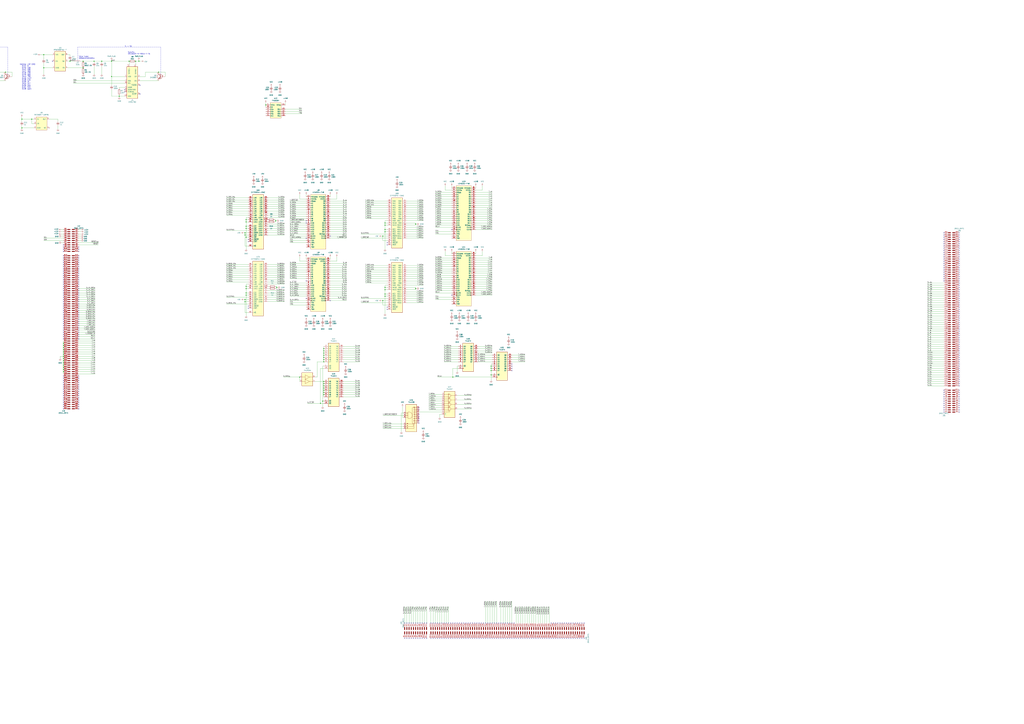
<source format=kicad_sch>
(kicad_sch (version 20211123) (generator eeschema)
  (paper "A0")
  (junction (at 73.66 414.02))
  (junction (at 308.61 121.92))
  (junction (at 73.66 401.32))
  (junction (at 482.6 260.35))
  (junction (at 285.75 332.74))
  (junction (at 157.48 71.12))
  (junction (at 482.6 335.28))
  (junction (at 73.66 416.56))
  (junction (at 570.23 430.53))
  (junction (at 375.92 420.37))
  (junction (at 184.15 83.82))
  (junction (at 81.28 71.12))
  (junction (at 129.54 71.12))
  (junction (at 375.92 455.93))
  (junction (at 444.5 274.32))
  (junction (at 73.66 421.64))
  (junction (at 161.29 71.12))
  (junction (at 73.66 426.72))
  (junction (at -96.52 71.12))
  (junction (at 375.92 443.23))
  (junction (at 320.04 256.54))
  (junction (at 285.75 265.43))
  (junction (at -48.26 71.12))
  (junction (at 138.43 111.76))
  (junction (at 447.04 259.08))
  (junction (at 73.66 411.48))
  (junction (at 285.75 255.27))
  (junction (at 284.48 347.98))
  (junction (at 375.92 450.85))
  (junction (at 372.11 468.63))
  (junction (at 73.66 398.78))
  (junction (at 25.4 138.43))
  (junction (at 285.75 257.81))
  (junction (at -127 63.5))
  (junction (at 375.92 417.83))
  (junction (at 525.78 438.15))
  (junction (at 285.75 275.59))
  (junction (at 375.92 458.47))
  (junction (at -59.69 71.12))
  (junction (at -20.32 71.12))
  (junction (at 73.66 419.1))
  (junction (at 73.66 408.94))
  (junction (at 447.04 261.62))
  (junction (at 444.5 349.25))
  (junction (at 36.83 138.43))
  (junction (at 284.48 270.51))
  (junction (at -27.94 71.12))
  (junction (at -81.28 71.12))
  (junction (at 96.52 78.74))
  (junction (at 284.48 273.05))
  (junction (at 375.92 410.21))
  (junction (at 375.92 415.29))
  (junction (at 284.48 350.52))
  (junction (at 285.75 335.28))
  (junction (at -68.58 71.12))
  (junction (at 447.04 334.01))
  (junction (at 50.8 78.74))
  (junction (at 375.92 448.31))
  (junction (at 375.92 407.67))
  (junction (at 447.04 269.24))
  (junction (at 73.66 429.26))
  (junction (at 73.66 406.4))
  (junction (at 285.75 342.9))
  (junction (at 447.04 336.55))
  (junction (at 149.86 71.12))
  (junction (at 50.8 63.5))
  (junction (at 570.23 425.45))
  (junction (at 118.11 71.12))
  (junction (at 321.31 334.01))
  (junction (at 375.92 412.75))
  (junction (at 6.35 83.82))
  (junction (at 375.92 405.13))
  (junction (at 570.23 427.99))
  (junction (at 375.92 453.39))
  (junction (at 285.75 340.36))
  (junction (at 447.04 266.7))
  (junction (at 73.66 403.86))
  (junction (at 285.75 262.89))
  (junction (at 375.92 445.77))
  (junction (at -48.26 88.9))
  (junction (at 347.98 438.15))
  (junction (at 25.4 148.59))
  (junction (at -81.28 78.74))
  (junction (at -16.51 71.12))
  (junction (at 374.65 466.09))
  (junction (at 109.22 71.12))
  (junction (at -127 78.74))
  (junction (at 73.66 424.18))
  (junction (at 447.04 344.17))
  (junction (at 570.23 435.61))
  (junction (at 73.66 431.8))
  (junction (at 96.52 71.12))
  (junction (at -39.37 111.76))
  (junction (at 447.04 341.63))
  (junction (at 129.54 88.9))
  (no_connect (at 1113.79 300.99))
  (no_connect (at 528.32 741.68))
  (no_connect (at 533.4 723.9))
  (no_connect (at 594.36 723.9))
  (no_connect (at 632.46 741.68))
  (no_connect (at 73.66 370.84))
  (no_connect (at 73.66 322.58))
  (no_connect (at 502.92 723.9))
  (no_connect (at 91.44 347.98))
  (no_connect (at 655.32 741.68))
  (no_connect (at 1113.79 288.29))
  (no_connect (at 73.66 441.96))
  (no_connect (at 624.84 741.68))
  (no_connect (at 660.4 723.9))
  (no_connect (at 91.44 332.74))
  (no_connect (at 91.44 436.88))
  (no_connect (at 627.38 741.68))
  (no_connect (at 73.66 302.26))
  (no_connect (at 586.74 723.9))
  (no_connect (at 91.44 355.6))
  (no_connect (at 1113.79 417.83))
  (no_connect (at 538.48 723.9))
  (no_connect (at 1113.79 311.15))
  (no_connect (at 288.29 358.14))
  (no_connect (at 563.88 741.68))
  (no_connect (at 1113.79 384.81))
  (no_connect (at 73.66 325.12))
  (no_connect (at 73.66 347.98))
  (no_connect (at 91.44 386.08))
  (no_connect (at 73.66 307.34))
  (no_connect (at 162.56 99.06))
  (no_connect (at 91.44 337.82))
  (no_connect (at 640.08 741.68))
  (no_connect (at 91.44 457.2))
  (no_connect (at 1096.01 313.69))
  (no_connect (at 660.4 741.68))
  (no_connect (at 73.66 292.1))
  (no_connect (at 546.1 723.9))
  (no_connect (at 548.64 741.68))
  (no_connect (at 543.56 741.68))
  (no_connect (at 609.6 741.68))
  (no_connect (at 1113.79 443.23))
  (no_connect (at 558.8 723.9))
  (no_connect (at 73.66 436.88))
  (no_connect (at 525.78 741.68))
  (no_connect (at 60.96 71.12))
  (no_connect (at 162.56 109.22))
  (no_connect (at 673.1 723.9))
  (no_connect (at 91.44 447.04))
  (no_connect (at 1113.79 405.13))
  (no_connect (at 355.6 346.71))
  (no_connect (at 1113.79 448.31))
  (no_connect (at 383.54 349.25))
  (no_connect (at 73.66 459.74))
  (no_connect (at 541.02 723.9))
  (no_connect (at 528.32 723.9))
  (no_connect (at 1113.79 336.55))
  (no_connect (at 561.34 723.9))
  (no_connect (at 73.66 304.8))
  (no_connect (at 1113.79 295.91))
  (no_connect (at 1113.79 283.21))
  (no_connect (at 581.66 741.68))
  (no_connect (at 73.66 353.06))
  (no_connect (at 591.82 741.68))
  (no_connect (at 604.52 741.68))
  (no_connect (at 1113.79 334.01))
  (no_connect (at 1113.79 407.67))
  (no_connect (at 622.3 741.68))
  (no_connect (at 652.78 723.9))
  (no_connect (at 1113.79 382.27))
  (no_connect (at 601.98 741.68))
  (no_connect (at 515.62 741.68))
  (no_connect (at 584.2 741.68))
  (no_connect (at 652.78 741.68))
  (no_connect (at 91.44 452.12))
  (no_connect (at 1113.79 463.55))
  (no_connect (at 1113.79 326.39))
  (no_connect (at 594.36 741.68))
  (no_connect (at 1113.79 427.99))
  (no_connect (at 91.44 464.82))
  (no_connect (at 541.02 741.68))
  (no_connect (at 449.58 356.87))
  (no_connect (at 1096.01 303.53))
  (no_connect (at 500.38 741.68))
  (no_connect (at 1096.01 463.55))
  (no_connect (at 91.44 363.22))
  (no_connect (at 91.44 393.7))
  (no_connect (at 561.34 741.68))
  (no_connect (at 556.26 723.9))
  (no_connect (at 614.68 741.68))
  (no_connect (at 574.04 723.9))
  (no_connect (at 73.66 388.62))
  (no_connect (at 523.24 723.9))
  (no_connect (at 1096.01 288.29))
  (no_connect (at 551.18 723.9))
  (no_connect (at 73.66 474.98))
  (no_connect (at 525.78 723.9))
  (no_connect (at 524.51 266.7))
  (no_connect (at 1096.01 298.45))
  (no_connect (at 665.48 741.68))
  (no_connect (at 594.36 427.99))
  (no_connect (at 505.46 741.68))
  (no_connect (at 629.92 741.68))
  (no_connect (at 1096.01 318.77))
  (no_connect (at 144.78 106.68))
  (no_connect (at 586.74 741.68))
  (no_connect (at 91.44 292.1))
  (no_connect (at 91.44 287.02))
  (no_connect (at 91.44 289.56))
  (no_connect (at 1113.79 280.67))
  (no_connect (at -15.24 109.22))
  (no_connect (at 73.66 297.18))
  (no_connect (at 474.98 723.9))
  (no_connect (at 1096.01 473.71))
  (no_connect (at 355.6 276.86))
  (no_connect (at -33.02 106.68))
  (no_connect (at 91.44 467.36))
  (no_connect (at 73.66 312.42))
  (no_connect (at 556.26 741.68))
  (no_connect (at 642.62 741.68))
  (no_connect (at 1113.79 369.57))
  (no_connect (at 1113.79 425.45))
  (no_connect (at 1096.01 321.31))
  (no_connect (at 1096.01 326.39))
  (no_connect (at 91.44 449.58))
  (no_connect (at 637.54 741.68))
  (no_connect (at 1113.79 313.69))
  (no_connect (at 1113.79 341.63))
  (no_connect (at 73.66 337.82))
  (no_connect (at 288.29 280.67))
  (no_connect (at 1113.79 298.45))
  (no_connect (at 73.66 457.2))
  (no_connect (at 568.96 741.68))
  (no_connect (at 73.66 355.6))
  (no_connect (at 91.44 312.42))
  (no_connect (at 73.66 373.38))
  (no_connect (at 530.86 741.68))
  (no_connect (at 73.66 365.76))
  (no_connect (at 495.3 741.68))
  (no_connect (at 73.66 375.92))
  (no_connect (at 1113.79 394.97))
  (no_connect (at 508 741.68))
  (no_connect (at 591.82 723.9))
  (no_connect (at 73.66 358.14))
  (no_connect (at 73.66 447.04))
  (no_connect (at 650.24 723.9))
  (no_connect (at 91.44 330.2))
  (no_connect (at 510.54 741.68))
  (no_connect (at 91.44 439.42))
  (no_connect (at 91.44 345.44))
  (no_connect (at 1113.79 476.25))
  (no_connect (at 1096.01 455.93))
  (no_connect (at 487.68 723.9))
  (no_connect (at 486.41 488.95))
  (no_connect (at 1096.01 290.83))
  (no_connect (at 1113.79 270.51))
  (no_connect (at 675.64 723.9))
  (no_connect (at 73.66 345.44))
  (no_connect (at 574.04 741.68))
  (no_connect (at 73.66 335.28))
  (no_connect (at 91.44 358.14))
  (no_connect (at 515.62 723.9))
  (no_connect (at 91.44 353.06))
  (no_connect (at 355.6 326.39))
  (no_connect (at 563.88 723.9))
  (no_connect (at 571.5 723.9))
  (no_connect (at 1113.79 438.15))
  (no_connect (at 535.94 741.68))
  (no_connect (at 73.66 330.2))
  (no_connect (at 1113.79 433.07))
  (no_connect (at 505.46 723.9))
  (no_connect (at 1113.79 420.37))
  (no_connect (at 650.24 741.68))
  (no_connect (at 548.64 723.9))
  (no_connect (at 1113.79 321.31))
  (no_connect (at 492.76 723.9))
  (no_connect (at 73.66 342.9))
  (no_connect (at 1113.79 318.77))
  (no_connect (at 1113.79 397.51))
  (no_connect (at 558.8 741.68))
  (no_connect (at 520.7 741.68))
  (no_connect (at 91.44 383.54))
  (no_connect (at 1113.79 339.09))
  (no_connect (at 576.58 723.9))
  (no_connect (at 518.16 741.68))
  (no_connect (at 73.66 378.46))
  (no_connect (at 594.36 422.91))
  (no_connect (at 553.72 741.68))
  (no_connect (at 1113.79 466.09))
  (no_connect (at 73.66 350.52))
  (no_connect (at 1096.01 453.39))
  (no_connect (at 530.86 723.9))
  (no_connect (at 73.66 381))
  (no_connect (at 73.66 368.3))
  (no_connect (at 1113.79 306.07))
  (no_connect (at 678.18 723.9))
  (no_connect (at 1113.79 389.89))
  (no_connect (at 91.44 474.98))
  (no_connect (at 73.66 284.48))
  (no_connect (at 73.66 309.88))
  (no_connect (at 657.86 741.68))
  (no_connect (at 1113.79 359.41))
  (no_connect (at 645.16 741.68))
  (no_connect (at 91.44 454.66))
  (no_connect (at 670.56 723.9))
  (no_connect (at 1113.79 354.33))
  (no_connect (at 472.44 723.9))
  (no_connect (at 485.14 741.68))
  (no_connect (at 576.58 741.68))
  (no_connect (at 91.44 304.8))
  (no_connect (at 1096.01 323.85))
  (no_connect (at 91.44 373.38))
  (no_connect (at 523.24 741.68))
  (no_connect (at 1113.79 412.75))
  (no_connect (at 91.44 314.96))
  (no_connect (at 612.14 741.68))
  (no_connect (at 1113.79 379.73))
  (no_connect (at 551.18 741.68))
  (no_connect (at 73.66 314.96))
  (no_connect (at -15.24 99.06))
  (no_connect (at 1113.79 278.13))
  (no_connect (at 91.44 365.76))
  (no_connect (at 1096.01 300.99))
  (no_connect (at 1096.01 275.59))
  (no_connect (at 1096.01 283.21))
  (no_connect (at 546.1 741.68))
  (no_connect (at 1096.01 316.23))
  (no_connect (at 1113.79 473.71))
  (no_connect (at 73.66 383.54))
  (no_connect (at 1113.79 290.83))
  (no_connect (at 91.44 299.72))
  (no_connect (at 288.29 355.6))
  (no_connect (at 474.98 741.68))
  (no_connect (at 73.66 449.58))
  (no_connect (at 91.44 444.5))
  (no_connect (at 1113.79 453.39))
  (no_connect (at 73.66 444.5))
  (no_connect (at 619.76 741.68))
  (no_connect (at 1113.79 316.23))
  (no_connect (at 1113.79 461.01))
  (no_connect (at 596.9 723.9))
  (no_connect (at 91.44 360.68))
  (no_connect (at 91.44 322.58))
  (no_connect (at 594.36 425.45))
  (no_connect (at 91.44 469.9))
  (no_connect (at 1113.79 440.69))
  (no_connect (at 91.44 327.66))
  (no_connect (at 91.44 320.04))
  (no_connect (at 73.66 469.9))
  (no_connect (at 675.64 741.68))
  (no_connect (at 486.41 476.25))
  (no_connect (at 73.66 452.12))
  (no_connect (at 668.02 741.68))
  (no_connect (at 647.7 723.9))
  (no_connect (at 1113.79 323.85))
  (no_connect (at 73.66 386.08))
  (no_connect (at 566.42 741.68))
  (no_connect (at 645.16 723.9))
  (no_connect (at 73.66 454.66))
  (no_connect (at 599.44 741.68))
  (no_connect (at 486.41 481.33))
  (no_connect (at 589.28 741.68))
  (no_connect (at 1096.01 468.63))
  (no_connect (at 1096.01 293.37))
  (no_connect (at 480.06 723.9))
  (no_connect (at 1113.79 275.59))
  (no_connect (at 657.86 723.9))
  (no_connect (at 91.44 342.9))
  (no_connect (at 510.54 723.9))
  (no_connect (at 571.5 741.68))
  (no_connect (at 1096.01 466.09))
  (no_connect (at 1113.79 303.53))
  (no_connect (at 355.6 259.08))
  (no_connect (at 1096.01 478.79))
  (no_connect (at 1113.79 402.59))
  (no_connect (at 1113.79 377.19))
  (no_connect (at 91.44 317.5))
  (no_connect (at 91.44 370.84))
  (no_connect (at 1113.79 273.05))
  (no_connect (at 520.7 723.9))
  (no_connect (at 1096.01 476.25))
  (no_connect (at 1113.79 349.25))
  (no_connect (at 144.78 104.14))
  (no_connect (at 73.66 472.44))
  (no_connect (at 91.44 340.36))
  (no_connect (at 584.2 723.9))
  (no_connect (at 607.06 741.68))
  (no_connect (at 487.68 741.68))
  (no_connect (at 490.22 723.9))
  (no_connect (at 469.9 723.9))
  (no_connect (at 655.32 723.9))
  (no_connect (at 91.44 375.92))
  (no_connect (at 91.44 309.88))
  (no_connect (at 1096.01 458.47))
  (no_connect (at 596.9 741.68))
  (no_connect (at 579.12 723.9))
  (no_connect (at 1113.79 361.95))
  (no_connect (at 91.44 388.62))
  (no_connect (at 1113.79 356.87))
  (no_connect (at 1113.79 471.17))
  (no_connect (at 1113.79 410.21))
  (no_connect (at 486.41 486.41))
  (no_connect (at 535.94 723.9))
  (no_connect (at 91.44 472.44))
  (no_connect (at 518.16 723.9))
  (no_connect (at 1113.79 372.11))
  (no_connect (at 449.58 284.48))
  (no_connect (at 617.22 741.68))
  (no_connect (at 543.56 723.9))
  (no_connect (at 485.14 723.9))
  (no_connect (at 91.44 302.26))
  (no_connect (at 449.58 359.41))
  (no_connect (at 1113.79 422.91))
  (no_connect (at 73.66 360.68))
  (no_connect (at 472.44 741.68))
  (no_connect (at 1113.79 478.79))
  (no_connect (at 288.29 278.13))
  (no_connect (at 589.28 723.9))
  (no_connect (at 91.44 307.34))
  (no_connect (at 477.52 741.68))
  (no_connect (at 1096.01 273.05))
  (no_connect (at 449.58 281.94))
  (no_connect (at 91.44 391.16))
  (no_connect (at 1113.79 293.37))
  (no_connect (at 1096.01 285.75))
  (no_connect (at 594.36 430.53))
  (no_connect (at 490.22 741.68))
  (no_connect (at 1113.79 374.65))
  (no_connect (at 566.42 723.9))
  (no_connect (at 1113.79 346.71))
  (no_connect (at 635 741.68))
  (no_connect (at 1113.79 328.93))
  (no_connect (at 1113.79 435.61))
  (no_connect (at 1096.01 270.51))
  (no_connect (at 91.44 297.18))
  (no_connect (at 1113.79 455.93))
  (no_connect (at 73.66 464.82))
  (no_connect (at 579.12 741.68))
  (no_connect (at 1113.79 445.77))
  (no_connect (at 1096.01 280.67))
  (no_connect (at 1113.79 415.29))
  (no_connect (at 355.6 256.54))
  (no_connect (at 73.66 439.42))
  (no_connect (at 1113.79 331.47))
  (no_connect (at 91.44 459.74))
  (no_connect (at 73.66 391.16))
  (no_connect (at 1113.79 468.63))
  (no_connect (at 486.41 483.87))
  (no_connect (at 647.7 741.68))
  (no_connect (at 581.66 723.9))
  (no_connect (at -33.02 104.14))
  (no_connect (at 73.66 289.56))
  (no_connect (at 1113.79 387.35))
  (no_connect (at 91.44 350.52))
  (no_connect (at 662.94 741.68))
  (no_connect (at 665.48 723.9))
  (no_connect (at 1096.01 461.01))
  (no_connect (at 1096.01 471.17))
  (no_connect (at 73.66 299.72))
  (no_connect (at 1113.79 400.05))
  (no_connect (at 1113.79 285.75))
  (no_connect (at 678.18 741.68))
  (no_connect (at 73.66 467.36))
  (no_connect (at 492.76 741.68))
  (no_connect (at 91.44 381))
  (no_connect (at 91.44 441.96))
  (no_connect (at 513.08 723.9))
  (no_connect (at 73.66 327.66))
  (no_connect (at 1113.79 367.03))
  (no_connect (at 538.48 741.68))
  (no_connect (at 1113.79 392.43))
  (no_connect (at 524.51 342.9))
  (no_connect (at 662.94 723.9))
  (no_connect (at 508 723.9))
  (no_connect (at 1113.79 458.47))
  (no_connect (at 1096.01 308.61))
  (no_connect (at 480.06 741.68))
  (no_connect (at 91.44 335.28))
  (no_connect (at 486.41 473.71))
  (no_connect (at 533.4 741.68))
  (no_connect (at 1096.01 311.15))
  (no_connect (at 1113.79 308.61))
  (no_connect (at 91.44 378.46))
  (no_connect (at 553.72 723.9))
  (no_connect (at 73.66 320.04))
  (no_connect (at 482.6 741.68))
  (no_connect (at 477.52 723.9))
  (no_connect (at 91.44 368.3))
  (no_connect (at 1113.79 430.53))
  (no_connect (at 1096.01 278.13))
  (no_connect (at 1096.01 306.07))
  (no_connect (at 513.08 741.68))
  (no_connect (at 486.41 491.49))
  (no_connect (at 73.66 317.5))
  (no_connect (at 495.3 723.9))
  (no_connect (at 73.66 363.22))
  (no_connect (at 673.1 741.68))
  (no_connect (at 1113.79 351.79))
  (no_connect (at -116.84 71.12))
  (no_connect (at 500.38 723.9))
  (no_connect (at 91.44 462.28))
  (no_connect (at 1113.79 344.17))
  (no_connect (at 73.66 393.7))
  (no_connect (at 469.9 741.68))
  (no_connect (at 502.92 741.68))
  (no_connect (at 73.66 340.36))
  (no_connect (at 383.54 274.32))
  (no_connect (at 482.6 723.9))
  (no_connect (at 668.02 723.9))
  (no_connect (at 670.56 741.68))
  (no_connect (at 1113.79 364.49))
  (no_connect (at 1096.01 295.91))
  (no_connect (at 73.66 462.28))
  (no_connect (at 640.08 723.9))
  (no_connect (at 568.96 723.9))
  (no_connect (at 642.62 723.9))
  (no_connect (at 73.66 332.74))
  (no_connect (at 91.44 325.12))
  (no_connect (at 73.66 287.02))
  (wire (pts (xy 50.8 86.36) (xy 50.8 78.74)))
  (wire (pts (xy 632.46 723.9) (xy 632.46 704.85)))
  (wire (pts (xy 73.66 414.02) (xy 69.85 414.02)))
  (wire (pts (xy 355.6 269.24) (xy 336.55 269.24)))
  (wire (pts (xy 560.07 297.18) (xy 560.07 292.1)))
  (wire (pts (xy 81.28 64.77) (xy 81.28 63.5)))
  (wire (pts (xy 262.89 317.5) (xy 288.29 317.5)))
  (wire (pts (xy 336.55 349.25) (xy 355.6 349.25)))
  (wire (pts (xy 398.78 461.01) (xy 417.83 461.01)))
  (wire (pts (xy 563.88 698.5) (xy 563.88 723.9)))
  (wire (pts (xy 311.15 229.87) (xy 330.2 229.87)))
  (wire (pts (xy 508 438.15) (xy 525.78 438.15)))
  (wire (pts (xy 311.15 262.89) (xy 330.2 262.89)))
  (wire (pts (xy 447.04 331.47) (xy 449.58 331.47)))
  (wire (pts (xy 91.44 408.94) (xy 110.49 408.94)))
  (wire (pts (xy 262.89 250.19) (xy 288.29 250.19)))
  (wire (pts (xy 144.78 111.76) (xy 138.43 111.76)))
  (wire (pts (xy -92.71 96.52) (xy -33.02 96.52)))
  (wire (pts (xy 1096.01 410.21) (xy 1076.96 410.21)))
  (wire (pts (xy 554.99 417.83) (xy 571.5 417.83)))
  (wire (pts (xy 552.45 241.3) (xy 571.5 241.3)))
  (wire (pts (xy 472.44 266.7) (xy 491.49 266.7)))
  (wire (pts (xy 355.6 266.7) (xy 336.55 266.7)))
  (wire (pts (xy -127 86.36) (xy -127 78.74)))
  (wire (pts (xy 398.78 448.31) (xy 417.83 448.31)))
  (wire (pts (xy 1096.01 427.99) (xy 1076.96 427.99)))
  (wire (pts (xy 320.04 332.74) (xy 321.31 332.74)))
  (wire (pts (xy 262.89 307.34) (xy 288.29 307.34)))
  (wire (pts (xy 375.92 417.83) (xy 375.92 420.37)))
  (wire (pts (xy 482.6 259.08) (xy 482.6 260.35)))
  (wire (pts (xy 524.51 327.66) (xy 505.46 327.66)))
  (wire (pts (xy 474.98 704.85) (xy 474.98 723.9)))
  (wire (pts (xy 524.51 309.88) (xy 505.46 309.88)))
  (wire (pts (xy 1096.01 382.27) (xy 1076.96 382.27)))
  (wire (pts (xy 552.45 299.72) (xy 571.5 299.72)))
  (wire (pts (xy 524.51 228.6) (xy 505.46 228.6)))
  (wire (pts (xy 318.77 257.81) (xy 320.04 257.81)))
  (wire (pts (xy 311.15 320.04) (xy 330.2 320.04)))
  (wire (pts (xy 1096.01 397.51) (xy 1076.96 397.51)))
  (wire (pts (xy 285.75 330.2) (xy 285.75 332.74)))
  (wire (pts (xy 444.5 349.25) (xy 449.58 349.25)))
  (wire (pts (xy 571.5 405.13) (xy 554.99 405.13)))
  (wire (pts (xy 524.51 226.06) (xy 505.46 226.06)))
  (wire (pts (xy 356.87 468.63) (xy 372.11 468.63)))
  (wire (pts (xy 552.45 256.54) (xy 571.5 256.54)))
  (wire (pts (xy 398.78 445.77) (xy 417.83 445.77)))
  (wire (pts (xy 524.51 304.8) (xy 505.46 304.8)))
  (wire (pts (xy 419.1 346.71) (xy 449.58 346.71)))
  (wire (pts (xy 505.46 347.98) (xy 524.51 347.98)))
  (wire (pts (xy 1096.01 438.15) (xy 1076.96 438.15)))
  (wire (pts (xy 1096.01 415.29) (xy 1076.96 415.29)))
  (wire (pts (xy 492.76 723.9) (xy 492.76 704.85)))
  (wire (pts (xy 284.48 350.52) (xy 284.48 363.22)))
  (wire (pts (xy 1096.01 341.63) (xy 1076.96 341.63)))
  (wire (pts (xy 110.49 368.3) (xy 91.44 368.3)))
  (wire (pts (xy 91.44 345.44) (xy 110.49 345.44)))
  (wire (pts (xy 571.5 698.5) (xy 571.5 723.9)))
  (wire (pts (xy 424.18 328.93) (xy 449.58 328.93)))
  (wire (pts (xy 472.44 313.69) (xy 491.49 313.69)))
  (wire (pts (xy 355.6 306.07) (xy 336.55 306.07)))
  (wire (pts (xy 365.76 438.15) (xy 368.3 438.15)))
  (wire (pts (xy 91.44 281.94) (xy 114.3 281.94)))
  (wire (pts (xy 383.54 336.55) (xy 402.59 336.55)))
  (wire (pts (xy 637.54 723.9) (xy 637.54 704.85)))
  (wire (pts (xy 311.15 250.19) (xy 330.2 250.19)))
  (wire (pts (xy 129.54 111.76) (xy 129.54 104.14)))
  (wire (pts (xy 472.44 261.62) (xy 482.6 261.62)))
  (wire (pts (xy 383.54 264.16) (xy 402.59 264.16)))
  (wire (pts (xy 524.51 325.12) (xy 505.46 325.12)))
  (wire (pts (xy 311.15 237.49) (xy 330.2 237.49)))
  (wire (pts (xy 424.18 238.76) (xy 449.58 238.76)))
  (wire (pts (xy 355.6 226.06) (xy 355.6 228.6)))
  (wire (pts (xy 591.82 698.5) (xy 591.82 723.9)))
  (wire (pts (xy 552.45 248.92) (xy 571.5 248.92)))
  (wire (pts (xy 262.89 267.97) (xy 288.29 267.97)))
  (wire (pts (xy 383.54 256.54) (xy 402.59 256.54)))
  (wire (pts (xy 472.44 269.24) (xy 491.49 269.24)))
  (wire (pts (xy 91.44 271.78) (xy 93.98 271.78)))
  (wire (pts (xy 73.66 403.86) (xy 73.66 406.4)))
  (wire (pts (xy 515.62 420.37) (xy 532.13 420.37)))
  (wire (pts (xy 472.44 246.38) (xy 491.49 246.38)))
  (wire (pts (xy 566.42 698.5) (xy 566.42 723.9)))
  (wire (pts (xy 110.49 393.7) (xy 91.44 393.7)))
  (wire (pts (xy 1096.01 372.11) (xy 1076.96 372.11)))
  (wire (pts (xy 91.44 279.4) (xy 93.98 279.4)))
  (wire (pts (xy 472.44 318.77) (xy 491.49 318.77)))
  (wire (pts (xy 91.44 396.24) (xy 110.49 396.24)))
  (wire (pts (xy 311.15 314.96) (xy 330.2 314.96)))
  (wire (pts (xy 91.44 431.8) (xy 110.49 431.8)))
  (wire (pts (xy 594.36 415.29) (xy 609.6 415.29)))
  (polyline (pts (xy 90.17 54.61) (xy 90.17 71.12)))
  (wire (pts (xy 524.51 223.52) (xy 505.46 223.52)))
  (wire (pts (xy -68.58 71.12) (xy -68.58 72.39)))
  (wire (pts (xy 311.15 234.95) (xy 330.2 234.95)))
  (wire (pts (xy 472.44 326.39) (xy 491.49 326.39)))
  (wire (pts (xy 576.58 698.5) (xy 576.58 723.9)))
  (wire (pts (xy 347.98 438.15) (xy 328.93 438.15)))
  (wire (pts (xy 262.89 325.12) (xy 288.29 325.12)))
  (wire (pts (xy 161.29 69.85) (xy 161.29 71.12)))
  (wire (pts (xy 383.54 341.63) (xy 402.59 341.63)))
  (wire (pts (xy 570.23 430.53) (xy 571.5 430.53)))
  (wire (pts (xy 320.04 256.54) (xy 320.04 257.81)))
  (wire (pts (xy 1096.01 448.31) (xy 1076.96 448.31)))
  (wire (pts (xy 619.76 723.9) (xy 619.76 704.85)))
  (wire (pts (xy 110.49 337.82) (xy 91.44 337.82)))
  (wire (pts (xy 91.44 383.54) (xy 110.49 383.54)))
  (wire (pts (xy 285.75 332.74) (xy 288.29 332.74)))
  (wire (pts (xy 184.15 93.98) (xy 162.56 93.98)))
  (wire (pts (xy 262.89 232.41) (xy 288.29 232.41)))
  (wire (pts (xy 472.44 349.25) (xy 491.49 349.25)))
  (wire (pts (xy 497.84 458.47) (xy 513.08 458.47)))
  (wire (pts (xy 398.78 420.37) (xy 417.83 420.37)))
  (wire (pts (xy 443.23 349.25) (xy 444.5 349.25)))
  (wire (pts (xy -48.26 71.12) (xy -59.69 71.12)))
  (wire (pts (xy 285.75 332.74) (xy 285.75 335.28)))
  (wire (pts (xy 505.46 340.36) (xy 524.51 340.36)))
  (wire (pts (xy 472.44 344.17) (xy 491.49 344.17)))
  (wire (pts (xy 368.3 420.37) (xy 375.92 420.37)))
  (wire (pts (xy 1096.01 422.91) (xy 1076.96 422.91)))
  (wire (pts (xy 311.15 240.03) (xy 330.2 240.03)))
  (wire (pts (xy 262.89 312.42) (xy 288.29 312.42)))
  (wire (pts (xy 110.49 370.84) (xy 91.44 370.84)))
  (wire (pts (xy 355.6 318.77) (xy 336.55 318.77)))
  (wire (pts (xy 469.9 704.85) (xy 469.9 723.9)))
  (wire (pts (xy 321.31 332.74) (xy 321.31 334.01)))
  (wire (pts (xy 383.54 323.85) (xy 402.59 323.85)))
  (wire (pts (xy 552.45 340.36) (xy 571.5 340.36)))
  (wire (pts (xy -68.58 71.12) (xy -59.69 71.12)))
  (wire (pts (xy 6.35 83.82) (xy 13.97 83.82)))
  (wire (pts (xy 73.66 408.94) (xy 73.66 411.48)))
  (wire (pts (xy 375.92 445.77) (xy 375.92 448.31)))
  (wire (pts (xy 91.44 350.52) (xy 110.49 350.52)))
  (wire (pts (xy -20.32 71.12) (xy -20.32 74.93)))
  (wire (pts (xy 350.52 129.54) (xy 331.47 129.54)))
  (wire (pts (xy 355.6 313.69) (xy 336.55 313.69)))
  (wire (pts (xy 284.48 347.98) (xy 284.48 350.52)))
  (wire (pts (xy 375.92 412.75) (xy 375.92 415.29)))
  (wire (pts (xy 383.54 303.53) (xy 391.16 303.53)))
  (wire (pts (xy 554.99 415.29) (xy 571.5 415.29)))
  (wire (pts (xy 383.54 233.68) (xy 402.59 233.68)))
  (wire (pts (xy 524.51 335.28) (xy 505.46 335.28)))
  (wire (pts (xy 552.45 292.1) (xy 552.45 294.64)))
  (wire (pts (xy 552.45 215.9) (xy 552.45 218.44)))
  (wire (pts (xy 482.6 335.28) (xy 482.6 336.55)))
  (wire (pts (xy 524.51 243.84) (xy 505.46 243.84)))
  (wire (pts (xy 110.49 373.38) (xy 91.44 373.38)))
  (wire (pts (xy 91.44 434.34) (xy 110.49 434.34)))
  (wire (pts (xy 1096.01 369.57) (xy 1076.96 369.57)))
  (wire (pts (xy 262.89 229.87) (xy 288.29 229.87)))
  (wire (pts (xy 1096.01 420.37) (xy 1076.96 420.37)))
  (wire (pts (xy 472.44 346.71) (xy 491.49 346.71)))
  (wire (pts (xy 447.04 334.01) (xy 447.04 331.47)))
  (wire (pts (xy 570.23 422.91) (xy 570.23 425.45)))
  (wire (pts (xy 355.6 236.22) (xy 336.55 236.22)))
  (wire (pts (xy 482.6 334.01) (xy 482.6 335.28)))
  (wire (pts (xy 520.7 723.9) (xy 520.7 704.85)))
  (wire (pts (xy 283.21 270.51) (xy 284.48 270.51)))
  (wire (pts (xy 402.59 346.71) (xy 383.54 346.71)))
  (wire (pts (xy 398.78 415.29) (xy 417.83 415.29)))
  (wire (pts (xy 530.86 431.8) (xy 530.86 425.45)))
  (wire (pts (xy 67.31 146.05) (xy 67.31 149.86)))
  (wire (pts (xy 424.18 308.61) (xy 449.58 308.61)))
  (wire (pts (xy 284.48 270.51) (xy 288.29 270.51)))
  (wire (pts (xy 398.78 443.23) (xy 417.83 443.23)))
  (wire (pts (xy 444.5 354.33) (xy 449.58 354.33)))
  (wire (pts (xy 570.23 425.45) (xy 571.5 425.45)))
  (wire (pts (xy 138.43 113.03) (xy 138.43 111.76)))
  (wire (pts (xy 524.51 314.96) (xy 505.46 314.96)))
  (wire (pts (xy 355.6 238.76) (xy 336.55 238.76)))
  (wire (pts (xy 505.46 264.16) (xy 524.51 264.16)))
  (wire (pts (xy 444.5 349.25) (xy 444.5 354.33)))
  (wire (pts (xy 311.15 260.35) (xy 330.2 260.35)))
  (wire (pts (xy 71.12 274.32) (xy 73.66 274.32)))
  (wire (pts (xy 391.16 231.14) (xy 391.16 226.06)))
  (wire (pts (xy 419.1 276.86) (xy 449.58 276.86)))
  (wire (pts (xy 524.51 312.42) (xy 505.46 312.42)))
  (wire (pts (xy 424.18 254) (xy 449.58 254)))
  (wire (pts (xy 1096.01 374.65) (xy 1076.96 374.65)))
  (wire (pts (xy 285.75 255.27) (xy 288.29 255.27)))
  (wire (pts (xy 262.89 327.66) (xy 288.29 327.66)))
  (wire (pts (xy 383.54 254) (xy 402.59 254)))
  (wire (pts (xy 285.75 257.81) (xy 288.29 257.81)))
  (wire (pts (xy 262.89 247.65) (xy 288.29 247.65)))
  (wire (pts (xy 515.62 412.75) (xy 532.13 412.75)))
  (wire (pts (xy 515.62 415.29) (xy 532.13 415.29)))
  (wire (pts (xy 311.15 330.2) (xy 330.2 330.2)))
  (wire (pts (xy 552.45 304.8) (xy 571.5 304.8)))
  (wire (pts (xy 311.15 242.57) (xy 330.2 242.57)))
  (wire (pts (xy 515.62 405.13) (xy 532.13 405.13)))
  (wire (pts (xy 375.92 458.47) (xy 375.92 461.01)))
  (wire (pts (xy 375.92 443.23) (xy 375.92 445.77)))
  (wire (pts (xy 482.6 723.9) (xy 482.6 704.85)))
  (wire (pts (xy 1096.01 430.53) (xy 1076.96 430.53)))
  (wire (pts (xy 424.18 326.39) (xy 449.58 326.39)))
  (wire (pts (xy 383.54 259.08) (xy 402.59 259.08)))
  (wire (pts (xy 355.6 308.61) (xy 336.55 308.61)))
  (wire (pts (xy 91.44 381) (xy 110.49 381)))
  (wire (pts (xy 336.55 274.32) (xy 355.6 274.32)))
  (wire (pts (xy 472.44 248.92) (xy 491.49 248.92)))
  (wire (pts (xy 1096.01 417.83) (xy 1076.96 417.83)))
  (wire (pts (xy 73.66 396.24) (xy 73.66 398.78)))
  (wire (pts (xy 552.45 264.16) (xy 571.5 264.16)))
  (wire (pts (xy 184.15 83.82) (xy 191.77 83.82)))
  (wire (pts (xy 552.45 261.62) (xy 571.5 261.62)))
  (wire (pts (xy 262.89 345.44) (xy 288.29 345.44)))
  (wire (pts (xy 443.23 274.32) (xy 444.5 274.32)))
  (wire (pts (xy 78.74 71.12) (xy 81.28 71.12)))
  (wire (pts (xy 1096.01 443.23) (xy 1076.96 443.23)))
  (wire (pts (xy 355.6 331.47) (xy 336.55 331.47)))
  (wire (pts (xy 552.45 266.7) (xy 571.5 266.7)))
  (wire (pts (xy 375.92 448.31) (xy 375.92 450.85)))
  (wire (pts (xy 552.45 220.98) (xy 560.07 220.98)))
  (wire (pts (xy -127 68.58) (xy -127 63.5)))
  (wire (pts (xy 482.6 260.35) (xy 482.6 261.62)))
  (wire (pts (xy 444.5 497.84) (xy 468.63 497.84)))
  (wire (pts (xy 285.75 340.36) (xy 285.75 342.9)))
  (wire (pts (xy 424.18 236.22) (xy 449.58 236.22)))
  (wire (pts (xy 73.66 406.4) (xy 73.66 408.94)))
  (wire (pts (xy 516.89 292.1) (xy 516.89 297.18)))
  (wire (pts (xy 402.59 349.25) (xy 383.54 349.25)))
  (wire (pts (xy 398.78 455.93) (xy 417.83 455.93)))
  (wire (pts (xy 321.31 334.01) (xy 321.31 335.28)))
  (wire (pts (xy 552.45 325.12) (xy 571.5 325.12)))
  (wire (pts (xy 110.49 360.68) (xy 91.44 360.68)))
  (wire (pts (xy -33.02 111.76) (xy -39.37 111.76)))
  (wire (pts (xy 622.3 723.9) (xy 622.3 704.85)))
  (wire (pts (xy -48.26 111.76) (xy -48.26 104.14)))
  (wire (pts (xy 444.5 492.76) (xy 468.63 492.76)))
  (wire (pts (xy -99.06 71.12) (xy -96.52 71.12)))
  (wire (pts (xy -39.37 101.6) (xy -39.37 102.87)))
  (wire (pts (xy 552.45 309.88) (xy 571.5 309.88)))
  (wire (pts (xy 402.59 274.32) (xy 383.54 274.32)))
  (wire (pts (xy 91.44 276.86) (xy 93.98 276.86)))
  (wire (pts (xy 524.51 320.04) (xy 505.46 320.04)))
  (wire (pts (xy 383.54 326.39) (xy 402.59 326.39)))
  (wire (pts (xy 308.61 119.38) (xy 308.61 121.92)))
  (wire (pts (xy 552.45 335.28) (xy 571.5 335.28)))
  (wire (pts (xy 262.89 314.96) (xy 288.29 314.96)))
  (wire (pts (xy 383.54 334.01) (xy 402.59 334.01)))
  (wire (pts (xy 447.04 261.62) (xy 449.58 261.62)))
  (wire (pts (xy 524.51 259.08) (xy 505.46 259.08)))
  (wire (pts (xy 284.48 347.98) (xy 288.29 347.98)))
  (wire (pts (xy 424.18 248.92) (xy 449.58 248.92)))
  (wire (pts (xy -8.89 83.82) (xy 6.35 83.82)))
  (wire (pts (xy 36.83 138.43) (xy 25.4 138.43)))
  (wire (pts (xy 311.15 232.41) (xy 330.2 232.41)))
  (wire (pts (xy 552.45 226.06) (xy 571.5 226.06)))
  (wire (pts (xy 311.15 309.88) (xy 330.2 309.88)))
  (wire (pts (xy 73.66 269.24) (xy 71.12 269.24)))
  (wire (pts (xy 355.6 256.54) (xy 336.55 256.54)))
  (wire (pts (xy 288.29 330.2) (xy 285.75 330.2)))
  (wire (pts (xy 447.04 269.24) (xy 449.58 269.24)))
  (wire (pts (xy -16.51 69.85) (xy -16.51 71.12)))
  (wire (pts (xy 447.04 259.08) (xy 447.04 256.54)))
  (wire (pts (xy 372.11 468.63) (xy 375.92 468.63)))
  (wire (pts (xy 1096.01 328.93) (xy 1076.96 328.93)))
  (wire (pts (xy 336.55 328.93) (xy 355.6 328.93)))
  (wire (pts (xy 444.5 279.4) (xy 449.58 279.4)))
  (wire (pts (xy 73.66 414.02) (xy 73.66 416.56)))
  (wire (pts (xy 447.04 266.7) (xy 447.04 261.62)))
  (wire (pts (xy 472.44 704.85) (xy 472.44 723.9)))
  (wire (pts (xy 497.84 468.63) (xy 513.08 468.63)))
  (wire (pts (xy 510.54 723.9) (xy 510.54 704.85)))
  (wire (pts (xy 336.55 276.86) (xy 355.6 276.86)))
  (wire (pts (xy 472.44 321.31) (xy 491.49 321.31)))
  (wire (pts (xy 91.44 414.02) (xy 110.49 414.02)))
  (wire (pts (xy 398.78 417.83) (xy 417.83 417.83)))
  (wire (pts (xy 355.6 231.14) (xy 347.98 231.14)))
  (wire (pts (xy 490.22 723.9) (xy 490.22 704.85)))
  (wire (pts (xy 320.04 256.54) (xy 321.31 256.54)))
  (wire (pts (xy 375.92 410.21) (xy 375.92 412.75)))
  (wire (pts (xy 285.75 335.28) (xy 285.75 340.36)))
  (wire (pts (xy 6.35 93.98) (xy -15.24 93.98)))
  (wire (pts (xy 91.44 426.72) (xy 110.49 426.72)))
  (wire (pts (xy 599.44 723.9) (xy 599.44 704.85)))
  (wire (pts (xy 515.62 410.21) (xy 532.13 410.21)))
  (wire (pts (xy 1096.01 412.75) (xy 1076.96 412.75)))
  (wire (pts (xy 568.96 698.5) (xy 568.96 723.9)))
  (wire (pts (xy 472.44 316.23) (xy 491.49 316.23)))
  (wire (pts (xy -48.26 88.9) (xy -48.26 71.12)))
  (wire (pts (xy 447.04 256.54) (xy 449.58 256.54)))
  (polyline (pts (xy 186.69 54.61) (xy 90.17 54.61)))
  (wire (pts (xy 285.75 342.9) (xy 285.75 367.03)))
  (wire (pts (xy 129.54 88.9) (xy 129.54 71.12)))
  (wire (pts (xy 486.41 478.79) (xy 513.08 478.79)))
  (wire (pts (xy 424.18 243.84) (xy 449.58 243.84)))
  (wire (pts (xy 472.44 331.47) (xy 491.49 331.47)))
  (wire (pts (xy 110.49 335.28) (xy 91.44 335.28)))
  (wire (pts (xy 285.75 335.28) (xy 288.29 335.28)))
  (wire (pts (xy 552.45 246.38) (xy 571.5 246.38)))
  (wire (pts (xy 570.23 427.99) (xy 571.5 427.99)))
  (wire (pts (xy 1096.01 361.95) (xy 1076.96 361.95)))
  (wire (pts (xy 1096.01 433.07) (xy 1076.96 433.07)))
  (wire (pts (xy 574.04 698.5) (xy 574.04 723.9)))
  (wire (pts (xy 383.54 308.61) (xy 402.59 308.61)))
  (wire (pts (xy 383.54 328.93) (xy 402.59 328.93)))
  (wire (pts (xy 383.54 261.62) (xy 402.59 261.62)))
  (wire (pts (xy 311.15 245.11) (xy 330.2 245.11)))
  (wire (pts (xy 1096.01 344.17) (xy 1076.96 344.17)))
  (wire (pts (xy 398.78 450.85) (xy 417.83 450.85)))
  (wire (pts (xy 91.44 429.26) (xy 110.49 429.26)))
  (wire (pts (xy 110.49 388.62) (xy 91.44 388.62)))
  (wire (pts (xy 138.43 101.6) (xy 138.43 102.87)))
  (wire (pts (xy 530.86 425.45) (xy 532.13 425.45)))
  (polyline (pts (xy 8.89 86.36) (xy 8.89 54.61)))
  (wire (pts (xy 285.75 265.43) (xy 288.29 265.43)))
  (wire (pts (xy 50.8 68.58) (xy 50.8 63.5)))
  (wire (pts (xy 375.92 415.29) (xy 375.92 417.83)))
  (wire (pts (xy 285.75 340.36) (xy 288.29 340.36)))
  (wire (pts (xy 144.78 88.9) (xy 129.54 88.9)))
  (wire (pts (xy 505.46 269.24) (xy 524.51 269.24)))
  (wire (pts (xy 589.28 698.5) (xy 589.28 723.9)))
  (wire (pts (xy 355.6 336.55) (xy 336.55 336.55)))
  (wire (pts (xy 1096.01 407.67) (xy 1076.96 407.67)))
  (wire (pts (xy 1096.01 351.79) (xy 1076.96 351.79)))
  (wire (pts (xy 288.29 252.73) (xy 285.75 252.73)))
  (wire (pts (xy 552.45 314.96) (xy 571.5 314.96)))
  (wire (pts (xy 25.4 138.43) (xy 25.4 140.97)))
  (wire (pts (xy 375.92 407.67) (xy 375.92 410.21)))
  (wire (pts (xy 594.36 698.5) (xy 594.36 723.9)))
  (wire (pts (xy 320.04 335.28) (xy 321.31 335.28)))
  (wire (pts (xy 355.6 323.85) (xy 336.55 323.85)))
  (wire (pts (xy 336.55 281.94) (xy 355.6 281.94)))
  (wire (pts (xy 383.54 331.47) (xy 402.59 331.47)))
  (wire (pts (xy 571.5 407.67) (xy 554.99 407.67)))
  (wire (pts (xy 424.18 316.23) (xy 449.58 316.23)))
  (wire (pts (xy 91.44 347.98) (xy 110.49 347.98)))
  (wire (pts (xy 447.04 261.62) (xy 447.04 259.08)))
  (wire (pts (xy 447.04 259.08) (xy 449.58 259.08)))
  (wire (pts (xy 524.51 231.14) (xy 505.46 231.14)))
  (wire (pts (xy 1096.01 392.43) (xy 1076.96 392.43)))
  (wire (pts (xy 570.23 435.61) (xy 571.5 435.61)))
  (wire (pts (xy 383.54 321.31) (xy 402.59 321.31)))
  (wire (pts (xy 547.37 469.9) (xy 530.86 469.9)))
  (wire (pts (xy 447.04 336.55) (xy 449.58 336.55)))
  (wire (pts (xy 1096.01 334.01) (xy 1076.96 334.01)))
  (wire (pts (xy 391.16 303.53) (xy 391.16 298.45)))
  (wire (pts (xy 472.44 233.68) (xy 491.49 233.68)))
  (wire (pts (xy 383.54 313.69) (xy 402.59 313.69)))
  (wire (pts (xy 472.44 323.85) (xy 491.49 323.85)))
  (wire (pts (xy -127 78.74) (xy -127 73.66)))
  (wire (pts (xy 586.74 698.5) (xy 586.74 723.9)))
  (wire (pts (xy 1096.01 377.19) (xy 1076.96 377.19)))
  (wire (pts (xy 144.78 93.98) (xy 85.09 93.98)))
  (wire (pts (xy 472.44 336.55) (xy 482.6 336.55)))
  (wire (pts (xy 285.75 255.27) (xy 285.75 257.81)))
  (wire (pts (xy 524.51 307.34) (xy 505.46 307.34)))
  (wire (pts (xy 525.78 427.99) (xy 525.78 438.15)))
  (wire (pts (xy 311.15 332.74) (xy 312.42 332.74)))
  (wire (pts (xy 513.08 476.25) (xy 497.84 476.25)))
  (wire (pts (xy 552.45 317.5) (xy 571.5 317.5)))
  (wire (pts (xy 1096.01 400.05) (xy 1076.96 400.05)))
  (wire (pts (xy 73.66 426.72) (xy 73.66 429.26)))
  (wire (pts (xy 472.44 311.15) (xy 491.49 311.15)))
  (wire (pts (xy 383.54 266.7) (xy 402.59 266.7)))
  (wire (pts (xy 81.28 71.12) (xy 86.36 71.12)))
  (wire (pts (xy 311.15 345.44) (xy 330.2 345.44)))
  (wire (pts (xy 472.44 236.22) (xy 491.49 236.22)))
  (polyline (pts (xy -87.63 54.61) (xy -87.63 71.12)))
  (wire (pts (xy 355.6 316.23) (xy 336.55 316.23)))
  (wire (pts (xy -59.69 71.12) (xy -59.69 72.39)))
  (wire (pts (xy 383.54 248.92) (xy 402.59 248.92)))
  (wire (pts (xy 355.6 339.09) (xy 336.55 339.09)))
  (wire (pts (xy 73.66 416.56) (xy 73.66 419.1)))
  (wire (pts (xy 524.51 238.76) (xy 505.46 238.76)))
  (wire (pts (xy 355.6 311.15) (xy 336.55 311.15)))
  (wire (pts (xy 383.54 251.46) (xy 402.59 251.46)))
  (wire (pts (xy 424.18 323.85) (xy 449.58 323.85)))
  (wire (pts (xy 25.4 148.59) (xy 25.4 146.05)))
  (wire (pts (xy 331.47 119.38) (xy 331.47 121.92)))
  (wire (pts (xy 447.04 269.24) (xy 447.04 289.56)))
  (wire (pts (xy 525.78 438.15) (xy 571.5 438.15)))
  (wire (pts (xy 547.37 474.98) (xy 530.86 474.98)))
  (wire (pts (xy 336.55 271.78) (xy 355.6 271.78)))
  (wire (pts (xy 472.44 251.46) (xy 491.49 251.46)))
  (wire (pts (xy 110.49 386.08) (xy 91.44 386.08)))
  (wire (pts (xy 524.51 337.82) (xy 505.46 337.82)))
  (wire (pts (xy 419.1 271.78) (xy 449.58 271.78)))
  (wire (pts (xy 285.75 275.59) (xy 285.75 289.56)))
  (wire (pts (xy 311.15 317.5) (xy 330.2 317.5)))
  (wire (pts (xy 1096.01 394.97) (xy 1076.96 394.97)))
  (wire (pts (xy 285.75 252.73) (xy 285.75 255.27)))
  (wire (pts (xy 355.6 264.16) (xy 336.55 264.16)))
  (wire (pts (xy 1096.01 387.35) (xy 1076.96 387.35)))
  (wire (pts (xy 284.48 285.75) (xy 288.29 285.75)))
  (wire (pts (xy 552.45 320.04) (xy 571.5 320.04)))
  (wire (pts (xy 311.15 350.52) (xy 330.2 350.52)))
  (wire (pts (xy 1096.01 440.69) (xy 1076.96 440.69)))
  (wire (pts (xy 472.44 238.76) (xy 491.49 238.76)))
  (wire (pts (xy 73.66 429.26) (xy 73.66 431.8)))
  (wire (pts (xy 1096.01 425.45) (xy 1076.96 425.45)))
  (wire (pts (xy 109.22 77.47) (xy 109.22 86.36)))
  (wire (pts (xy -127 62.23) (xy -127 63.5)))
  (wire (pts (xy 383.54 238.76) (xy 402.59 238.76)))
  (wire (pts (xy 444.5 482.6) (xy 468.63 482.6)))
  (wire (pts (xy -59.69 86.36) (xy -59.69 77.47)))
  (wire (pts (xy 50.8 63.5) (xy 60.96 63.5)))
  (wire (pts (xy 355.6 261.62) (xy 336.55 261.62)))
  (wire (pts (xy 383.54 236.22) (xy 402.59 236.22)))
  (wire (pts (xy 336.55 354.33) (xy 355.6 354.33)))
  (wire (pts (xy 1096.01 359.41) (xy 1076.96 359.41)))
  (wire (pts (xy 91.44 363.22) (xy 110.49 363.22)))
  (wire (pts (xy 515.62 402.59) (xy 532.13 402.59)))
  (wire (pts (xy 398.78 405.13) (xy 417.83 405.13)))
  (wire (pts (xy 355.6 248.92) (xy 336.55 248.92)))
  (wire (pts (xy 91.44 403.86) (xy 110.49 403.86)))
  (wire (pts (xy -81.28 71.12) (xy -68.58 71.12)))
  (wire (pts (xy 472.44 334.01) (xy 482.6 334.01)))
  (wire (pts (xy 472.44 339.09) (xy 491.49 339.09)))
  (wire (pts (xy 1096.01 445.77) (xy 1076.96 445.77)))
  (wire (pts (xy 91.44 269.24) (xy 93.98 269.24)))
  (wire (pts (xy 311.15 325.12) (xy 330.2 325.12)))
  (wire (pts (xy 262.89 309.88) (xy 288.29 309.88)))
  (wire (pts (xy 311.15 347.98) (xy 330.2 347.98)))
  (wire (pts (xy 350.52 127) (xy 331.47 127)))
  (wire (pts (xy 447.04 344.17) (xy 449.58 344.17)))
  (wire (pts (xy 110.49 353.06) (xy 91.44 353.06)))
  (wire (pts (xy 383.54 344.17) (xy 402.59 344.17)))
  (wire (pts (xy -39.37 113.03) (xy -39.37 111.76)))
  (wire (pts (xy 311.15 252.73) (xy 330.2 252.73)))
  (wire (pts (xy 510.54 481.33) (xy 510.54 485.14)))
  (wire (pts (xy 594.36 417.83) (xy 609.6 417.83)))
  (wire (pts (xy 149.86 74.93) (xy 149.86 71.12)))
  (wire (pts (xy 1096.01 389.89) (xy 1076.96 389.89)))
  (wire (pts (xy 482.6 335.28) (xy 483.87 335.28)))
  (wire (pts (xy 320.04 255.27) (xy 320.04 256.54)))
  (wire (pts (xy 444.5 495.3) (xy 468.63 495.3)))
  (wire (pts (xy 552.45 243.84) (xy 571.5 243.84)))
  (wire (pts (xy 383.54 339.09) (xy 402.59 339.09)))
  (wire (pts (xy 365.76 443.23) (xy 375.92 443.23)))
  (wire (pts (xy 552.45 223.52) (xy 571.5 223.52)))
  (wire (pts (xy 524.51 261.62) (xy 505.46 261.62)))
  (wire (pts (xy 497.84 463.55) (xy 513.08 463.55)))
  (wire (pts (xy 581.66 698.5) (xy 581.66 723.9)))
  (wire (pts (xy 284.48 350.52) (xy 288.29 350.52)))
  (wire (pts (xy 447.04 334.01) (xy 449.58 334.01)))
  (wire (pts (xy 472.44 351.79) (xy 491.49 351.79)))
  (wire (pts (xy 46.99 63.5) (xy 50.8 63.5)))
  (wire (pts (xy 383.54 318.77) (xy 402.59 318.77)))
  (wire (pts (xy -48.26 88.9) (xy -48.26 99.06)))
  (wire (pts (xy 311.15 270.51) (xy 330.2 270.51)))
  (wire (pts (xy 515.62 407.67) (xy 532.13 407.67)))
  (wire (pts (xy 375.92 466.09) (xy 374.65 466.09)))
  (wire (pts (xy 138.43 110.49) (xy 138.43 111.76)))
  (wire (pts (xy -130.81 63.5) (xy -127 63.5)))
  (wire (pts (xy 91.44 342.9) (xy 110.49 342.9)))
  (wire (pts (xy 513.08 466.09) (xy 497.84 466.09)))
  (wire (pts (xy 144.78 101.6) (xy 138.43 101.6)))
  (wire (pts (xy -96.52 71.12) (xy -96.52 69.85)))
  (wire (pts (xy 398.78 412.75) (xy 417.83 412.75)))
  (wire (pts (xy 1096.01 349.25) (xy 1076.96 349.25)))
  (wire (pts (xy 318.77 255.27) (xy 320.04 255.27)))
  (wire (pts (xy 487.68 723.9) (xy 487.68 704.85)))
  (wire (pts (xy 91.44 401.32) (xy 110.49 401.32)))
  (wire (pts (xy 285.75 262.89) (xy 285.75 265.43)))
  (wire (pts (xy 524.51 292.1) (xy 524.51 294.64)))
  (wire (pts (xy 383.54 269.24) (xy 402.59 269.24)))
  (wire (pts (xy 424.18 318.77) (xy 449.58 318.77)))
  (wire (pts (xy 497.84 473.71) (xy 513.08 473.71)))
  (wire (pts (xy 424.18 251.46) (xy 449.58 251.46)))
  (wire (pts (xy 466.09 480.06) (xy 466.09 501.65)))
  (wire (pts (xy 383.54 316.23) (xy 402.59 316.23)))
  (wire (pts (xy 552.45 233.68) (xy 571.5 233.68)))
  (wire (pts (xy 398.78 410.21) (xy 417.83 410.21)))
  (wire (pts (xy -96.52 63.5) (xy -99.06 63.5)))
  (wire (pts (xy 524.51 332.74) (xy 505.46 332.74)))
  (wire (pts (xy 36.83 138.43) (xy 39.37 138.43)))
  (wire (pts (xy -16.51 71.12) (xy -13.97 71.12)))
  (wire (pts (xy 110.49 358.14) (xy 91.44 358.14)))
  (wire (pts (xy 336.55 233.68) (xy 355.6 233.68)))
  (wire (pts (xy -8.89 88.9) (xy -8.89 83.82)))
  (wire (pts (xy 262.89 353.06) (xy 288.29 353.06)))
  (wire (pts (xy 398.78 402.59) (xy 417.83 402.59)))
  (wire (pts (xy 73.66 271.78) (xy 71.12 271.78)))
  (wire (pts (xy 524.51 317.5) (xy 505.46 317.5)))
  (wire (pts (xy 368.3 438.15) (xy 368.3 420.37)))
  (wire (pts (xy 472.44 241.3) (xy 491.49 241.3)))
  (wire (pts (xy 552.45 332.74) (xy 571.5 332.74)))
  (wire (pts (xy 284.48 273.05) (xy 284.48 285.75)))
  (wire (pts (xy 424.18 233.68) (xy 449.58 233.68)))
  (wire (pts (xy 311.15 307.34) (xy 330.2 307.34)))
  (wire (pts (xy 524.51 233.68) (xy 505.46 233.68)))
  (wire (pts (xy 50.8 78.74) (xy 50.8 73.66)))
  (wire (pts (xy 1096.01 405.13) (xy 1076.96 405.13)))
  (wire (pts (xy 311.15 312.42) (xy 330.2 312.42)))
  (wire (pts (xy 515.62 417.83) (xy 532.13 417.83)))
  (wire (pts (xy 168.91 83.82) (xy 184.15 83.82)))
  (wire (pts (xy -81.28 78.74) (xy -99.06 78.74)))
  (wire (pts (xy 513.08 461.01) (xy 497.84 461.01)))
  (wire (pts (xy 1096.01 384.81) (xy 1076.96 384.81)))
  (wire (pts (xy 109.22 71.12) (xy 118.11 71.12)))
  (wire (pts (xy 311.15 322.58) (xy 330.2 322.58)))
  (wire (pts (xy -15.24 88.9) (xy -8.89 88.9)))
  (wire (pts (xy 614.68 723.9) (xy 614.68 704.85)))
  (wire (pts (xy 444.5 274.32) (xy 449.58 274.32)))
  (wire (pts (xy 91.44 274.32) (xy 93.98 274.32)))
  (wire (pts (xy 472.44 276.86) (xy 491.49 276.86)))
  (wire (pts (xy 1096.01 367.03) (xy 1076.96 367.03)))
  (wire (pts (xy 355.6 251.46) (xy 336.55 251.46)))
  (wire (pts (xy 355.6 254) (xy 336.55 254)))
  (wire (pts (xy 524.51 251.46) (xy 505.46 251.46)))
  (wire (pts (xy 375.92 402.59) (xy 375.92 405.13)))
  (wire (pts (xy 1096.01 379.73) (xy 1076.96 379.73)))
  (wire (pts (xy 617.22 723.9) (xy 617.22 704.85)))
  (wire (pts (xy 118.11 86.36) (xy 118.11 77.47)))
  (wire (pts (xy 308.61 121.92) (xy 308.61 124.46)))
  (wire (pts (xy 502.92 723.9) (xy 502.92 704.85)))
  (wire (pts (xy 552.45 330.2) (xy 571.5 330.2)))
  (wire (pts (xy 110.49 375.92) (xy 91.44 375.92)))
  (wire (pts (xy 168.91 88.9) (xy 168.91 83.82)))
  (wire (pts (xy 447.04 336.55) (xy 447.04 334.01)))
  (wire (pts (xy 547.37 459.74) (xy 530.86 459.74)))
  (wire (pts (xy 472.44 264.16) (xy 491.49 264.16)))
  (wire (pts (xy 350.52 132.08) (xy 331.47 132.08)))
  (wire (pts (xy 444.5 274.32) (xy 444.5 279.4)))
  (wire (pts (xy 347.98 231.14) (xy 347.98 226.06)))
  (wire (pts (xy 50.8 279.4) (xy 73.66 279.4)))
  (wire (pts (xy 1096.01 331.47) (xy 1076.96 331.47)))
  (wire (pts (xy 355.6 298.45) (xy 355.6 300.99)))
  (wire (pts (xy 449.58 341.63) (xy 447.04 341.63)))
  (wire (pts (xy 311.15 335.28) (xy 312.42 335.28)))
  (wire (pts (xy 71.12 281.94) (xy 73.66 281.94)))
  (wire (pts (xy 513.08 481.33) (xy 510.54 481.33)))
  (wire (pts (xy 383.54 241.3) (xy 402.59 241.3)))
  (wire (pts (xy 311.15 273.05) (xy 330.2 273.05)))
  (wire (pts (xy 552.45 302.26) (xy 571.5 302.26)))
  (wire (pts (xy 594.36 420.37) (xy 609.6 420.37)))
  (wire (pts (xy 571.5 422.91) (xy 570.23 422.91)))
  (wire (pts (xy 321.31 334.01) (xy 322.58 334.01)))
  (wire (pts (xy -83.82 71.12) (xy -81.28 71.12)))
  (wire (pts (xy 191.77 88.9) (xy 191.77 83.82)))
  (wire (pts (xy 513.08 723.9) (xy 513.08 704.85)))
  (wire (pts (xy -96.52 71.12) (xy -91.44 71.12)))
  (wire (pts (xy 285.75 265.43) (xy 285.75 275.59)))
  (wire (pts (xy 524.51 246.38) (xy 505.46 246.38)))
  (wire (pts (xy 524.51 220.98) (xy 516.89 220.98)))
  (wire (pts (xy 91.44 416.56) (xy 110.49 416.56)))
  (wire (pts (xy 505.46 271.78) (xy 524.51 271.78)))
  (wire (pts (xy 355.6 321.31) (xy 336.55 321.31)))
  (wire (pts (xy 552.45 342.9) (xy 571.5 342.9)))
  (wire (pts (xy 355.6 246.38) (xy 336.55 246.38)))
  (wire (pts (xy 109.22 71.12) (xy 109.22 72.39)))
  (wire (pts (xy 311.15 267.97) (xy 330.2 267.97)))
  (wire (pts (xy 311.15 265.43) (xy 330.2 265.43)))
  (wire (pts (xy 374.65 425.45) (xy 374.65 466.09)))
  (wire (pts (xy 262.89 240.03) (xy 288.29 240.03)))
  (wire (pts (xy 81.28 71.12) (xy 81.28 69.85)))
  (wire (pts (xy 629.92 723.9) (xy 629.92 704.85)))
  (wire (pts (xy 285.75 262.89) (xy 288.29 262.89)))
  (wire (pts (xy 383.54 243.84) (xy 402.59 243.84)))
  (wire (pts (xy 383.54 246.38) (xy 402.59 246.38)))
  (wire (pts (xy 482.6 260.35) (xy 483.87 260.35)))
  (wire (pts (xy 311.15 247.65) (xy 330.2 247.65)))
  (wire (pts (xy 472.44 259.08) (xy 482.6 259.08)))
  (wire (pts (xy -20.32 71.12) (xy -16.51 71.12)))
  (wire (pts (xy 627.38 723.9) (xy 627.38 704.85)))
  (wire (pts (xy 375.92 405.13) (xy 375.92 407.67)))
  (wire (pts (xy 91.44 421.64) (xy 110.49 421.64)))
  (wire (pts (xy 466.09 480.06) (xy 468.63 480.06)))
  (wire (pts (xy 355.6 241.3) (xy 336.55 241.3)))
  (wire (pts (xy 552.45 251.46) (xy 571.5 251.46)))
  (wire (pts (xy 93.98 71.12) (xy 96.52 71.12)))
  (wire (pts (xy 552.45 312.42) (xy 571.5 312.42)))
  (wire (pts (xy 283.21 347.98) (xy 284.48 347.98)))
  (wire (pts (xy 524.51 241.3) (xy 505.46 241.3)))
  (wire (pts (xy 472.44 271.78) (xy 491.49 271.78)))
  (wire (pts (xy 398.78 458.47) (xy 417.83 458.47)))
  (wire (pts (xy 262.89 320.04) (xy 288.29 320.04)))
  (wire (pts (xy 157.48 71.12) (xy 157.48 74.93)))
  (wire (pts (xy 285.75 257.81) (xy 285.75 262.89)))
  (wire (pts (xy 554.99 420.37) (xy 571.5 420.37)))
  (wire (pts (xy 604.52 723.9) (xy 604.52 704.85)))
  (wire (pts (xy -68.58 77.47) (xy -68.58 86.36)))
  (wire (pts (xy 552.45 327.66) (xy 571.5 327.66)))
  (wire (pts (xy 554.99 410.21) (xy 571.5 410.21)))
  (wire (pts (xy 129.54 69.85) (xy 129.54 71.12)))
  (wire (pts (xy 110.49 355.6) (xy 91.44 355.6)))
  (wire (pts (xy 607.06 723.9) (xy 607.06 704.85)))
  (wire (pts (xy 424.18 321.31) (xy 449.58 321.31)))
  (wire (pts (xy 73.66 398.78) (xy 73.66 401.32)))
  (wire (pts (xy 424.18 241.3) (xy 449.58 241.3)))
  (wire (pts (xy 518.16 723.9) (xy 518.16 704.85)))
  (wire (pts (xy 570.23 435.61) (xy 570.23 441.96)))
  (wire (pts (xy 635 723.9) (xy 635 704.85)))
  (wire (pts (xy 570.23 427.99) (xy 570.23 430.53)))
  (wire (pts (xy 1096.01 364.49) (xy 1076.96 364.49)))
  (wire (pts (xy 560.07 220.98) (xy 560.07 215.9)))
  (wire (pts (xy 516.89 220.98) (xy 516.89 215.9)))
  (wire (pts (xy 383.54 298.45) (xy 383.54 300.99)))
  (wire (pts (xy -27.94 71.12) (xy -48.26 71.12)))
  (wire (pts (xy 513.08 471.17) (xy 497.84 471.17)))
  (wire (pts (xy 262.89 234.95) (xy 288.29 234.95)))
  (wire (pts (xy 383.54 231.14) (xy 391.16 231.14)))
  (wire (pts (xy 398.78 407.67) (xy 417.83 407.67)))
  (wire (pts (xy 13.97 88.9) (xy 13.97 83.82)))
  (wire (pts (xy 552.45 337.82) (xy 571.5 337.82)))
  (wire (pts (xy 424.18 246.38) (xy 449.58 246.38)))
  (wire (pts (xy 311.15 342.9) (xy 330.2 342.9)))
  (wire (pts (xy 1096.01 336.55) (xy 1076.96 336.55)))
  (wire (pts (xy 311.15 337.82) (xy 330.2 337.82)))
  (wire (pts (xy 552.45 259.08) (xy 571.5 259.08)))
  (wire (pts (xy 129.54 71.12) (xy 118.11 71.12)))
  (wire (pts (xy 284.48 270.51) (xy 284.48 273.05)))
  (wire (pts (xy 39.37 143.51) (xy 36.83 143.51)))
  (wire (pts (xy 118.11 71.12) (xy 118.11 72.39)))
  (wire (pts (xy 447.04 341.63) (xy 447.04 344.17)))
  (wire (pts (xy 336.55 344.17) (xy 355.6 344.17)))
  (wire (pts (xy -33.02 93.98) (xy -92.71 93.98)))
  (wire (pts (xy 1096.01 339.09) (xy 1076.96 339.09)))
  (wire (pts (xy -127 63.5) (xy -116.84 63.5)))
  (wire (pts (xy 375.92 425.45) (xy 374.65 425.45)))
  (wire (pts (xy 157.48 71.12) (xy 161.29 71.12)))
  (wire (pts (xy 110.49 391.16) (xy 91.44 391.16)))
  (wire (pts (xy 285.75 275.59) (xy 288.29 275.59)))
  (wire (pts (xy 311.15 327.66) (xy 330.2 327.66)))
  (wire (pts (xy 91.44 284.48) (xy 114.3 284.48)))
  (wire (pts (xy 424.18 311.15) (xy 449.58 311.15)))
  (wire (pts (xy 383.54 311.15) (xy 402.59 311.15)))
  (wire (pts (xy 262.89 322.58) (xy 288.29 322.58)))
  (wire (pts (xy 468.63 485.14) (xy 467.36 485.14)))
  (polyline (pts (xy 8.89 54.61) (xy -87.63 54.61)))
  (wire (pts (xy 96.52 78.74) (xy 78.74 78.74)))
  (wire (pts (xy 69.85 414.02) (xy 69.85 416.56)))
  (polyline (pts (xy 186.69 86.36) (xy 186.69 54.61)))
  (wire (pts (xy 609.6 723.9) (xy 609.6 704.85)))
  (wire (pts (xy 262.89 237.49) (xy 288.29 237.49)))
  (wire (pts (xy 375.92 455.93) (xy 375.92 458.47)))
  (wire (pts (xy 552.45 254) (xy 571.5 254)))
  (wire (pts (xy 424.18 313.69) (xy 449.58 313.69)))
  (wire (pts (xy 73.66 401.32) (xy 73.66 403.86)))
  (wire (pts (xy 467.36 472.44) (xy 467.36 485.14)))
  (wire (pts (xy 73.66 419.1) (xy 73.66 421.64)))
  (wire (pts (xy 472.44 256.54) (xy 491.49 256.54)))
  (wire (pts (xy 612.14 723.9) (xy 612.14 704.85)))
  (wire (pts (xy 149.86 71.12) (xy 129.54 71.12)))
  (wire (pts (xy 25.4 135.89) (xy 25.4 138.43)))
  (wire (pts (xy -27.94 74.93) (xy -27.94 71.12)))
  (wire (pts (xy 1096.01 346.71) (xy 1076.96 346.71)))
  (wire (pts (xy 91.44 424.18) (xy 110.49 424.18)))
  (wire (pts (xy 601.98 723.9) (xy 601.98 704.85)))
  (wire (pts (xy 138.43 111.76) (xy 129.54 111.76)))
  (wire (pts (xy 347.98 438.15) (xy 347.98 443.23)))
  (wire (pts (xy 110.49 378.46) (xy 91.44 378.46)))
  (wire (pts (xy 524.51 256.54) (xy 505.46 256.54)))
  (wire (pts (xy 73.66 411.48) (xy 73.66 414.02)))
  (wire (pts (xy -33.02 88.9) (xy -48.26 88.9)))
  (wire (pts (xy 73.66 431.8) (xy 73.66 434.34)))
  (wire (pts (xy -39.37 111.76) (xy -48.26 111.76)))
  (wire (pts (xy 505.46 345.44) (xy 524.51 345.44)))
  (wire (pts (xy 50.8 78.74) (xy 60.96 78.74)))
  (wire (pts (xy 355.6 303.53) (xy 347.98 303.53)))
  (wire (pts (xy 472.44 328.93) (xy 491.49 328.93)))
  (wire (pts (xy 570.23 425.45) (xy 570.23 427.99)))
  (wire (pts (xy -33.02 101.6) (xy -39.37 101.6)))
  (wire (pts (xy 161.29 71.12) (xy 163.83 71.12)))
  (wire (pts (xy 91.44 365.76) (xy 110.49 365.76)))
  (wire (pts (xy 571.5 402.59) (xy 554.99 402.59)))
  (wire (pts (xy 472.44 341.63) (xy 491.49 341.63)))
  (wire (pts (xy 36.83 143.51) (xy 36.83 138.43)))
  (wire (pts (xy 39.37 148.59) (xy 25.4 148.59)))
  (wire (pts (xy -96.52 64.77) (xy -96.52 63.5)))
  (wire (pts (xy 355.6 243.84) (xy 336.55 243.84)))
  (wire (pts (xy 552.45 307.34) (xy 571.5 307.34)))
  (wire (pts (xy 375.92 450.85) (xy 375.92 453.39)))
  (wire (pts (xy 500.38 723.9) (xy 500.38 704.85)))
  (wire (pts (xy 67.31 138.43) (xy 67.31 140.97)))
  (wire (pts (xy 383.54 271.78) (xy 402.59 271.78)))
  (wire (pts (xy 91.44 406.4) (xy 110.49 406.4)))
  (wire (pts (xy 524.51 236.22) (xy 505.46 236.22)))
  (wire (pts (xy 336.55 341.63) (xy 355.6 341.63)))
  (wire (pts (xy -39.37 110.49) (xy -39.37 111.76)))
  (wire (pts (xy 552.45 297.18) (xy 560.07 297.18)))
  (wire (pts (xy 336.55 279.4) (xy 355.6 279.4)))
  (wire (pts (xy 485.14 723.9) (xy 485.14 704.85)))
  (wire (pts (xy 81.28 63.5) (xy 78.74 63.5)))
  (wire (pts (xy 447.04 341.63) (xy 447.04 336.55)))
  (wire (pts (xy 73.66 266.7) (xy 71.12 266.7)))
  (wire (pts (xy 1096.01 356.87) (xy 1076.96 356.87)))
  (wire (pts (xy 524.51 330.2) (xy 505.46 330.2)))
  (wire (pts (xy 91.44 398.78) (xy 110.49 398.78)))
  (wire (pts (xy 284.48 273.05) (xy 288.29 273.05)))
  (wire (pts (xy 594.36 412.75) (xy 609.6 412.75)))
  (wire (pts (xy 552.45 238.76) (xy 571.5 238.76)))
  (wire (pts (xy 25.4 148.59) (xy 25.4 149.86)))
  (wire (pts (xy 1096.01 435.61) (xy 1076.96 435.61)))
  (wire (pts (xy 383.54 276.86) (xy 402.59 276.86)))
  (wire (pts (xy 1096.01 354.33) (xy 1076.96 354.33)))
  (wire (pts (xy 472.44 308.61) (xy 491.49 308.61)))
  (wire (pts (xy 472.44 254) (xy 491.49 254)))
  (wire (pts (xy 110.49 340.36) (xy 91.44 340.36)))
  (wire (pts (xy 515.62 723.9) (xy 515.62 704.85)))
  (wire (pts (xy 375.92 453.39) (xy 375.92 455.93)))
  (wire (pts (xy 524.51 322.58) (xy 505.46 322.58)))
  (wire (pts (xy -127 78.74) (xy -116.84 78.74)))
  (wire (pts (xy 505.46 723.9) (xy 505.46 704.85)))
  (wire (pts (xy 96.52 71.12) (xy 109.22 71.12)))
  (wire (pts (xy 447.04 266.7) (xy 447.04 269.24)))
  (wire (pts (xy 552.45 236.22) (xy 571.5 236.22)))
  (wire (pts (xy 472.44 274.32) (xy 491.49 274.32)))
  (wire (pts (xy 262.89 242.57) (xy 288.29 242.57)))
  (wire (pts (xy 1096.01 402.59) (xy 1076.96 402.59)))
  (wire (pts (xy 472.44 243.84) (xy 491.49 243.84)))
  (wire (pts (xy 85.09 96.52) (xy 144.78 96.52)))
  (wire (pts (xy 524.51 254) (xy 505.46 254)))
  (wire (pts (xy 374.65 466.09) (xy 374.65 472.44)))
  (wire (pts (xy 524.51 248.92) (xy 505.46 248.92)))
  (wire (pts (xy 552.45 228.6) (xy 571.5 228.6)))
  (wire (pts (xy 547.37 464.82) (xy 530.86 464.82)))
  (wire (pts (xy 584.2 698.5) (xy 584.2 723.9)))
  (wire (pts (xy 449.58 266.7) (xy 447.04 266.7)))
  (wire (pts (xy 552.45 322.58) (xy 571.5 322.58)))
  (wire (pts (xy 383.54 226.06) (xy 383.54 228.6)))
  (wire (pts (xy 355.6 334.01) (xy 336.55 334.01)))
  (wire (pts (xy 347.98 298.45) (xy 347.98 303.53)))
  (wire (pts (xy 419.1 351.79) (xy 449.58 351.79)))
  (wire (pts (xy -129.54 78.74) (xy -127 78.74)))
  (wire (pts (xy 495.3 723.9) (xy 495.3 704.85)))
  (wire (pts (xy 480.06 723.9) (xy 480.06 704.85)))
  (wire (pts (xy 554.99 412.75) (xy 571.5 412.75)))
  (wire (pts (xy 162.56 88.9) (xy 168.91 88.9)))
  (wire (pts (xy 508 723.9) (xy 508 704.85)))
  (wire (pts (xy 447.04 344.17) (xy 447.04 364.49)))
  (wire (pts (xy 372.11 427.99) (xy 375.92 427.99)))
  (wire (pts (xy 91.44 266.7) (xy 93.98 266.7)))
  (wire (pts (xy 383.54 306.07) (xy 402.59 306.07)))
  (wire (pts (xy 524.51 297.18) (xy 516.89 297.18)))
  (wire (pts (xy 355.6 259.08) (xy 336.55 259.08)))
  (wire (pts (xy -48.26 69.85) (xy -48.26 71.12)))
  (wire (pts (xy 477.52 723.9) (xy 477.52 704.85)))
  (wire (pts (xy 336.55 351.79) (xy 355.6 351.79)))
  (wire (pts (xy 398.78 453.39) (xy 417.83 453.39)))
  (wire (pts (xy 570.23 430.53) (xy 570.23 435.61)))
  (wire (pts (xy 284.48 363.22) (xy 288.29 363.22)))
  (wire (pts (xy 552.45 231.14) (xy 571.5 231.14)))
  (wire (pts (xy 285.75 342.9) (xy 288.29 342.9)))
  (wire (pts (xy 91.44 419.1) (xy 110.49 419.1)))
  (wire (pts (xy 91.44 411.48) (xy 110.49 411.48)))
  (wire (pts (xy 129.54 88.9) (xy 129.54 99.06)))
  (wire (pts (xy 524.51 215.9) (xy 524.51 218.44)))
  (wire (pts (xy 372.11 427.99) (xy 372.11 468.63)))
  (wire (pts (xy 524.51 302.26) (xy 505.46 302.26)))
  (wire (pts (xy 532.13 427.99) (xy 525.78 427.99)))
  (wire (pts (xy 524.51 299.72) (xy 505.46 299.72)))
  (wire (pts (xy 73.66 424.18) (xy 73.66 426.72)))
  (wire (pts (xy 262.89 245.11) (xy 288.29 245.11)))
  (wire (pts (xy 57.15 138.43) (xy 67.31 138.43)))
  (wire (pts (xy 73.66 421.64) (xy 73.66 424.18)))
  (wire (pts (xy 624.84 723.9) (xy 624.84 704.85)))
  (wire (pts (xy 311.15 340.36) (xy 330.2 340.36)))
  (wire (pts (xy 50.8 276.86) (xy 73.66 276.86)))
  (text "Taiyo Yuden\nNRS5040T3R3NMGJ" (at -86.36 68.58 0) (effects (font (size 1.27 1.27)) (justify left bottom)))
  (text "LIST (5%)\n0\n100\n180\n300\n430\n560\n750\n1k27\n1k6\n2k\n2k7\n3k6\n5k6\nopen" (at 31.75 104.14 0) (effects (font (size 1.27 1.27)) (justify left bottom)))
  (text "Susumu\nKRL1632E-M-R015-F-T5" (at -29.21 63.5 0) (effects (font (size 1.27 1.27)) (justify left bottom)))
  (text "TL = TQ" (at 144.78 54.61 0) (effects (font (size 1.27 1.27)) (justify left bottom)))
  (text "Address\n0x4C\n0x4D\n0x4E\n0x4F\n0x48\n0x49\n0x4A\n0x4B\n0x28\n0x29\n0x2A\n0x2B\n0x2C\n0x18\n" (at 30.48 104.14 180) (effects (font (size 1.27 1.27)) (justify right bottom)))
  (text "Susumu\nKRL1632E-M-R015-F-T5" (at 148.59 63.5 0) (effects (font (size 1.27 1.27)) (justify left bottom)))
  (text "Taiyo Yuden\nNRS5040T3R3NMGJ" (at 91.44 68.58 0) (effects (font (size 1.27 1.27)) (justify left bottom)))
  (text "TL = TQ" (at -33.02 54.61 0) (effects (font (size 1.27 1.27)) (justify left bottom)))
  (label "T_RSN_{5}" (at 424.18 328.93 0))
  (label "S_J_{13}" (at 1076.96 374.65 0))
  (label "T_PN_{6}" (at 495.3 704.85 270))
  (label "T_SR2_{11}" (at 491.49 266.7 180))
  (label "S_SR2_{6}" (at 336.55 251.46 0))
  (label "S_J_{11}" (at 1076.96 379.73 0))
  (label "T_SR2_{13}" (at 491.49 271.78 180))
  (label "S_SR2_{9}" (at 505.46 302.26 0))
  (label "TCK" (at 336.55 279.4 0))
  (label "S_J_{4}" (at 1076.96 397.51 0))
  (label "T_PN_{7}" (at 500.38 704.85 270))
  (label "S_SR2_{7}" (at 505.46 241.3 0))
  (label "T_SR2_{5}" (at 491.49 246.38 180))
  (label "T_RSN_{3}" (at 424.18 323.85 0))
  (label "T_RSN_{3}" (at 568.96 698.5 270))
  (label "T_SR2_WSRC_{0}" (at 336.55 276.86 0))
  (label "S_J_{15}" (at 402.59 323.85 180))
  (label "N_ASN4_{3}" (at 515.62 410.21 0))
  (label "T_RSN_{1}" (at 574.04 698.5 270))
  (label "T_~{SR2_WE_NOCLK}" (at 336.55 256.54 0))
  (label "T_SR2_{11}" (at 491.49 341.63 180))
  (label "N_ASN4_{0}" (at 547.37 459.74 180))
  (label "S_BASE_{10}" (at 330.2 337.82 180))
  (label "T_SR2_{7}" (at 491.49 326.39 180))
  (label "~{RESET}od" (at 114.3 281.94 180))
  (label "S_J_{24}" (at 417.83 443.23 180))
  (label "T_L_{0}" (at 110.49 396.24 180))
  (label "S_BASE_{13}" (at 632.46 704.85 270))
  (label "T_L_{4}" (at 110.49 406.4 180))
  (label "S_J_{14}" (at 402.59 321.31 180))
  (label "T_L_{5}" (at 571.5 236.22 180))
  (label "S_SR2_{1}" (at 505.46 226.06 0))
  (label "S_K_SRC_{1}" (at 336.55 269.24 0))
  (label "T_SR2_{12}" (at 505.46 330.2 0))
  (label "T_L_{10}" (at 571.5 304.8 180))
  (label "S_BASE_{14}" (at 635 704.85 270))
  (label "T_SR2_{2}" (at 497.84 468.63 0))
  (label "S_J_{17}" (at 1076.96 364.49 0))
  (label "S_BASE_{12}" (at 330.2 342.9 180))
  (label "S_K_{14}" (at 1076.96 412.75 0))
  (label "T_RSN_{0}" (at 576.58 698.5 270))
  (label "S_RSN_{2}" (at 262.89 242.57 0))
  (label "T_ASN4_{0}" (at 609.6 412.75 180))
  (label "S_J_{4}" (at 402.59 243.84 180))
  (label "S_K_{9}" (at 402.59 328.93 180))
  (label "T_SR2_{13}" (at 491.49 346.71 180))
  (label "S_SR2_{5}" (at 330.2 242.57 180))
  (label "T_~{INHIBIT_W}" (at 402.59 276.86 180))
  (label "S_J_{12}" (at 1076.96 377.19 0))
  (label "~{RESET}" (at 114.3 284.48 180))
  (label "S_RSN_{3}" (at 262.89 245.11 0))
  (label "S_J_{26}" (at 1076.96 341.63 0))
  (label "S_J_{30}" (at 417.83 458.47 180))
  (label "S_BASE_{4}" (at 609.6 704.85 270))
  (label "T_SR2_WI_{1}" (at 110.49 375.92 180))
  (label "T_SR2_WSRC_{1}" (at 336.55 259.08 0))
  (label "N_ASN4_{1}" (at 547.37 464.82 180))
  (label "T_ASN4_{0}" (at 497.84 461.01 0))
  (label "T_PN_{9}" (at 571.5 322.58 180))
  (label "T_SR2_{15}" (at 491.49 351.79 180))
  (label "T_ASN4_{2}" (at 497.84 471.17 0))
  (label "S_SR2_{13}" (at 336.55 318.77 0))
  (label "T_SR2_WI_{2}" (at 424.18 313.69 0))
  (label "S_SR2_{13}" (at 505.46 312.42 0))
  (label "T_PN_{13}" (at 571.5 332.74 180))
  (label "T_RSN_{2}" (at 424.18 321.31 0))
  (label "T_RSN_{2}" (at 424.18 246.38 0))
  (label "S_JH_SRC_{1}" (at 110.49 337.82 180))
  (label "T_PN_{7}" (at 571.5 261.62 180))
  (label "S_J_{31}" (at 1076.96 328.93 0))
  (label "S_SR2_{15}" (at 330.2 273.05 180))
  (label "SLEEPING" (at 419.1 271.78 0))
  (label "T_SR2_{2}" (at 491.49 313.69 180))
  (label "S_BASE_{7}" (at 617.22 704.85 270))
  (label "S_BASE_RI_{0}" (at 262.89 307.34 0))
  (label "S_J_{24}" (at 1076.96 346.71 0))
  (label "S_JL_SRC_{0}" (at 110.49 342.9 180))
  (label "T_L_{13}" (at 571.5 312.42 180))
  (label "S_~{JL_SX}" (at 356.87 468.63 0))
  (label "S_BASE_RI_{2}" (at 262.89 312.42 0))
  (label "S_K_SRC_{1}" (at 336.55 339.09 0))
  (label "S_K_{13}" (at 402.59 339.09 180))
  (label "T_SR2_WSRC_{0}" (at 110.49 381 180))
  (label "S_J_{25}" (at 417.83 445.77 180))
  (label "S_K_{3}" (at 402.59 261.62 180))
  (label "S_SR2_RI_{2}" (at 262.89 234.95 0))
  (label "T_L_{8}" (at 110.49 416.56 180))
  (label "S_RSN_{4}" (at 262.89 325.12 0))
  (label "S_J_{28}" (at 1076.96 336.55 0))
  (label "S_J_{23}" (at 417.83 420.37 180))
  (label "S_J_{1}" (at 402.59 236.22 180))
  (label "S_SR2_{13}" (at 330.2 267.97 180))
  (label "TMS" (at 505.46 347.98 0))
  (label "S_SR2_RI_{1}" (at 110.49 358.14 180))
  (label "S_BASE_RI_{1}" (at 262.89 309.88 0))
  (label "RCLK" (at 505.46 340.36 0))
  (label "T_SR2_{3}" (at 491.49 241.3 180))
  (label "T_SR2_{1}" (at 491.49 236.22 180))
  (label "S_JH_SRC_{0}" (at 110.49 335.28 180))
  (label "T_SR2_{1}" (at 497.84 463.55 0))
  (label "S_SR2_{14}" (at 505.46 314.96 0))
  (label "S_J_{12}" (at 402.59 316.23 180))
  (label "S_ASN4_{1}" (at 571.5 405.13 180))
  (label "S_K_{4}" (at 1076.96 438.15 0))
  (label "S_BASE_{3}" (at 607.06 704.85 270))
  (label "S_JL_SRC_{1}" (at 110.49 345.44 180))
  (label "S_JH_SRC_{0}" (at 336.55 344.17 0))
  (label "S_K_{11}" (at 402.59 334.01 180))
  (label "S_JL_SRC_{1}" (at 336.55 264.16 0))
  (label "SW3v3" (at -96.52 71.12 0))
  (label "S_K_{15}" (at 402.59 344.17 180))
  (label "S_SR2_{5}" (at 336.55 248.92 0))
  (label "S_BASE_{15}" (at 637.54 704.85 270))
  (label "T_SR2_{5}" (at 491.49 321.31 180))
  (label "T_SR2_{5}" (at 505.46 256.54 0))
  (label "T_L_{3}" (at 110.49 403.86 180))
  (label "T_PN_{11}" (at 510.54 704.85 270))
  (label "T_SR2_WI_{0}" (at 110.49 373.38 180))
  (label "S_RSN_{5}" (at 262.89 250.19 0))
  (label "S_BASE_RI_{3}" (at 110.49 370.84 180))
  (label "S_BASE_RI_{1}" (at 110.49 365.76 180))
  (label "S_J_{10}" (at 1076.96 382.27 0))
  (label "S_J_{5}" (at 402.59 246.38 180))
  (label "T_SR2_{9}" (at 491.49 256.54 180))
  (label "T_L_{8}" (at 571.5 299.72 180))
  (label "S_SR2_{7}" (at 330.2 247.65 180))
  (label "S_J_{1}" (at 1076.96 405.13 0))
  (label "S_SR2_{12}" (at 336.55 316.23 0))
  (label "S_K_{12}" (at 402.59 336.55 180))
  (label "T_SR2_WI_{0}" (at 424.18 233.68 0))
  (label "T_PN_{0}" (at 480.06 704.85 270))
  (label "S_J_{23}" (at 1076.96 349.25 0))
  (label "S_BASE_{10}" (at 624.84 704.85 270))
  (label "S_J_{15}" (at 1076.96 369.57 0))
  (label "T_PN_{5}" (at 492.76 704.85 270))
  (label "S_J_{29}" (at 417.83 455.93 180))
  (label "T_L_{6}" (at 571.5 238.76 180))
  (label "RCLK" (at 402.59 274.32 180))
  (label "T_PN_{3}" (at 571.5 251.46 180))
  (label "3v3" (at -48.26 71.12 0))
  (label "T_L_{12}" (at 110.49 426.72 180))
  (label "T_L_{11}" (at 571.5 307.34 180))
  (label "T_SR2_{1}" (at 491.49 311.15 180))
  (label "T_SR2_WSRC_{1}" (at 571.5 266.7 180))
  (label "S_J_{29}" (at 1076.96 334.01 0))
  (label "T_RSN_{4}" (at 424.18 251.46 0))
  (label "S_J_{8}" (at 1076.96 387.35 0))
  (label "S_J_{26}" (at 417.83 448.31 180))
  (label "S_BASE_{5}" (at 612.14 704.85 270))
  (label "T_L_{9}" (at 110.49 419.1 180))
  (label "T_SR2_{11}" (at 505.46 327.66 0))
  (label "S_J_{17}" (at 417.83 405.13 180))
  (label "S_BASE_{7}" (at 330.2 325.12 180))
  (label "T_PN_{11}" (at 571.5 327.66 180))
  (label "S_JH_SRC_{1}" (at 336.55 349.25 0))
  (label "S_SR2_{8}" (at 336.55 306.07 0))
  (label "T_RSN_{0}" (at 424.18 241.3 0))
  (label "S_J_{18}" (at 417.83 407.67 180))
  (label "S_SR2_{0}" (at 505.46 223.52 0))
  (label "T_SR2_{6}" (at 491.49 248.92 180))
  (label "T_PN_{5}" (at 571.5 256.54 180))
  (label "S_J_{30}" (at 1076.96 331.47 0))
  (label "S_RSN_{2}" (at 262.89 320.04 0))
  (label "S_K_SRC_{0}" (at 110.49 347.98 180))
  (label "S_K_{4}" (at 402.59 264.16 180))
  (label "T_RSN_{2}" (at 571.5 698.5 270))
  (label "T_L_{14}" (at 571.5 314.96 180))
  (label "T_L_{7}" (at 571.5 241.3 180))
  (label "S_SR2_{12}" (at 330.2 265.43 180))
  (label "S_RSN_{3}" (at 586.74 698.5 270))
  (label "T_L_{1}" (at 571.5 226.06 180))
  (label "T_PN_{15}" (at 520.7 704.85 270))
  (label "S_SR2_{9}" (at 330.2 252.73 180))
  (label "S_SR2_{1}" (at 336.55 238.76 0))
  (label "S_RSN_{5}" (at 581.66 698.5 270))
  (label "S_K_{5}" (at 1076.96 435.61 0))
  (label "S_BASE_{0}" (at 599.44 704.85 270))
  (label "S_~{JL_SX}" (at 336.55 328.93 0))
  (label "S_SR2_{2}" (at 330.2 234.95 180))
  (label "C_ASN4_{0}" (at 554.99 412.75 0))
  (label "T_PN_{1}" (at 571.5 246.38 180))
  (label "T_L_{7}" (at 110.49 414.02 180))
  (label "S_J_{10}" (at 402.59 311.15 180))
  (label "S_SR2_{15}" (at 328.93 438.15 0))
  (label "T_SR2_{8}" (at 491.49 328.93 180))
  (label "N_ASN4_{2}" (at 515.62 407.67 0))
  (label "C_ASN4_{3}" (at 554.99 420.37 0))
  (label "T_SR2_WI_{2}" (at 110.49 378.46 180))
  (label "S_SR2_{5}" (at 505.46 236.22 0))
  (label "T_SR2_WI_{0}" (at 444.5 492.76 0))
  (label "T_SR2_WI_{1}" (at 444.5 495.3 0))
  (label "T_PN_{14}" (at 571.5 335.28 180))
  (label "RCLK" (at 110.49 391.16 180))
  (label "S_SR2_{2}" (at 336.55 241.3 0))
  (label "S_K_{12}" (at 1076.96 417.83 0))
  (label "T_RSN_{0}" (at 424.18 316.23 0))
  (label "S_BASE_{13}" (at 330.2 345.44 180))
  (label "S_SR2_{4}" (at 505.46 233.68 0))
  (label "S_RSN_{3}" (at 262.89 322.58 0))
  (label "T_SR2_WI_{0}" (at 424.18 308.61 0))
  (label "S_SR2_{4}" (at 330.2 240.03 180))
  (label "S_SR2_RI_{2}" (at 110.49 360.68 180))
  (label "S_J_{20}" (at 417.83 412.75 180))
  (label "S_BASE_{11}" (at 330.2 340.36 180))
  (label "T_SR2_{4}" (at 491.49 243.84 180))
  (label "TMS" (at 350.52 129.54 180))
  (label "S_K_{7}" (at 402.59 271.78 180))
  (label "S_RSN_{0}" (at 262.89 237.49 0))
  (label "S_K_{1}" (at 1076.96 445.77 0))
  (label "T_L_{6}" (at 110.49 411.48 180))
  (label "S_J_{16}" (at 417.83 402.59 180))
  (label "S_SR2_{10}" (at 330.2 260.35 180))
  (label "S_RSN_{1}" (at 591.82 698.5 270))
  (label "C_ASN4_{2}" (at 554.99 417.83 0))
  (label "SCL" (at 85.09 96.52 0))
  (label "S_J_{31}" (at 417.83 461.01 180))
  (label "TCK" (at 505.46 269.24 0))
  (label "SLEEPING" (at 419.1 346.71 0))
  (label "S_J_{6}" (at 402.59 248.92 180))
  (label "T_PN_{2}" (at 485.14 704.85 270))
  (label "T_SR2_{10}" (at 491.49 339.09 180))
  (label "T_SR2_WSRC_{0}" (at 571.5 264.16 180))
  (label "T_L_{1}" (at 110.49 398.78 180))
  (label "S_BASE_{5}" (at 330.2 320.04 180))
  (label "S_SR2_{15}" (at 336.55 323.85 0))
  (label "S_J_{27}" (at 1076.96 339.09 0))
  (label "T_SR2_WI_{2}" (at 424.18 238.76 0))
  (label "T_PN_{8}" (at 571.5 320.04 180))
  (label "TMS" (at 505.46 271.78 0))
  (label "S_SR2_{14}" (at 330.2 270.51 180))
  (label "S_JL_SRC_{0}" (at 336.55 261.62 0))
  (label "S_J_{5}" (at 1076.96 394.97 0))
  (label "S_J_{0}" (at 1076.96 407.67 0))
  (label "S_SR2_{4}" (at 336.55 246.38 0))
  (label "T_SR2_WI_{1}" (at 424.18 311.15 0))
  (label "T_ASN4_{1}" (at 609.6 415.29 180))
  (label "S_ASN4_{0}" (at 469.9 704.85 270))
  (label "SLEEPING" (at 110.49 386.08 180))
  (label "S_SR2_{11}" (at 330.2 262.89 180))
  (label "S_K_{14}" (at 402.59 341.63 180))
  (label "S_SR2_{2}" (at 505.46 228.6 0))
  (label "T_ASN4_{1}" (at 497.84 466.09 0))
  (label "S_SR2_{7}" (at 336.55 254 0))
  (label "S_K_{8}" (at 1076.96 427.99 0))
  (label "S_SR2_{12}" (at 505.46 309.88 0))
  (label "S_K_{15}" (at 1076.96 410.21 0))
  (label "S_J_{7}" (at 402.59 251.46 180))
  (label "S_K_{3}" (at 1076.96 440.69 0))
  (label "S_J_{6}" (at 1076.96 392.43 0))
  (label "S_SR2_{11}" (at 505.46 307.34 0))
  (label "S_K_{10}" (at 402.59 331.47 180))
  (label "N_ASN4_{0}" (at 515.62 402.59 0))
  (label "RCLK" (at 402.59 349.25 180))
  (label "S_JH_SRC_{2}" (at 402.59 346.71 180))
  (label "TCK" (at 336.55 351.79 0))
  (label "S_J_{21}" (at 1076.96 354.33 0))
  (label "S_K_{2}" (at 1076.96 443.23 0))
  (label "S_J_{2}" (at 402.59 238.76 180))
  (label "S_BASE_{8}" (at 619.76 704.85 270))
  (label "RCLK" (at 505.46 264.16 0))
  (label "T_RSN_{1}" (at 424.18 243.84 0))
  (label "N_ASN4_{3}" (at 547.37 474.98 180))
  (label "S_BASE_{0}" (at 330.2 307.34 180))
  (label "S_RSN_{4}" (at 584.2 698.5 270))
  (label "T_SR2_{4}" (at 491.49 318.77 180))
  (label "T_PN_{12}" (at 571.5 330.2 180))
  (label "S_K_{10}" (at 1076.96 422.91 0))
  (label "S_BASE_{6}" (at 330.2 322.58 180))
  (label "S_SR2_{8}" (at 505.46 299.72 0))
  (label "S_ASN4_{0}" (at 571.5 402.59 180))
  (label "T_SR2_{7}" (at 491.49 251.46 180))
  (label "T_ASN4_{3}" (at 497.84 476.25 0))
  (label "T_RSN_{1}" (at 424.18 318.77 0))
  (label "SCL" (at 50.8 276.86 0))
  (label "T_PN_{0}" (at 571.5 243.84 180))
  (label "S_SR2_RI_{0}" (at 110.49 355.6 180))
  (label "5v0" (at 129.54 71.12 0))
  (label "S_SR2_{10}" (at 336.55 311.15 0))
  (label "T_SR2_{14}" (at 491.49 274.32 180))
  (label "WCLK" (at 110.49 393.7 180))
  (label "S_JL_SRC_{0}" (at 336.55 331.47 0))
  (label "T_SR2_{10}" (at 505.46 325.12 0))
  (label "S_K_{8}" (at 402.59 326.39 180))
  (label "T_SR2_{3}" (at 505.46 251.46 0))
  (label "T_SR2_{9}" (at 505.46 322.58 0))
  (label "T_~{INHIBIT_W}" (at 110.49 388.62 180))
  (label "S_SR2_{3}" (at 505.46 231.14 0))
  (label "S_J_{7}" (at 1076.96 389.89 0))
  (label "S_SR2_{11}" (at 336.55 313.69 0))
  (label "T_~{SR2_WE}" (at 419.1 276.86 0))
  (label "T_PN_{1}" (at 482.6 704.85 270))
  (label "S_ASN4_{0}" (at 515.62 412.75 0))
  (label "T_SR2_WI_{2}" (at 444.5 497.84 0))
  (label "T_ASN4_{3}" (at 609.6 420.37 180))
  (label "T_PN_{4}" (at 571.5 254 180))
  (label "T_SR2_{15}" (at 505.46 337.82 0))
  (label "T_SR2_{1}" (at 505.46 246.38 0))
  (label "S_K_{0}" (at 402.59 254 180))
  (label "T_PN_{10}" (at 571.5 325.12 180))
  (label "S_J_{22}" (at 1076.96 351.79 0))
  (label "N_ASN4_{1}" (at 515.62 405.13 0))
  (label "T_L_{11}" (at 110.49 424.18 180))
  (label "S_BASE_{15}" (at 330.2 350.52 180))
  (label "T_PN_{6}" (at 571.5 259.08 180))
  (label "S_J_{8}" (at 402.59 306.07 180))
  (label "T_SR2_{10}" (at 491.49 264.16 180))
  (label "TD_{0}" (at 350.52 132.08 180))
  (label "S_K_SRC_{2}" (at 110.49 353.06 180))
  (label "T_SR2_{7}" (at 505.46 261.62 0))
  (label "S_K_SRC_{0}" (at 336.55 266.7 0))
  (label "S_J_{0}" (at 402.59 233.68 180))
  (label "T_PN_{3}" (at 487.68 704.85 270))
  (label "T_SR2_WI_{1}" (at 424.18 236.22 0))
  (label "S_K_SRC_{2}" (at 336.55 341.63 0))
  (label "S_SR2_{10}" (at 505.46 304.8 0))
  (label "S_BASE_{2}" (at 604.52 704.85 270))
  (label "WCLK" (at 336.55 274.32 0))
  (label "SLEEPING" (at 262.89 345.44 0))
  (label "T_L_{12}" (at 571.5 309.88 180))
  (label "S_J_{11}" (at 402.59 313.69 180))
  (label "S_BASE_{11}" (at 627.38 704.85 270))
  (label "S_ASN4_{1}" (at 515.62 415.29 0))
  (label "T_PN_{4}" (at 490.22 704.85 270))
  (label "S_RSN_{0}" (at 262.89 314.96 0))
  (label "T_SR2_WSRC_{1}" (at 571.5 342.9 180))
  (label "S_BASE_RI_{2}" (at 110.49 368.3 180))
  (label "S_SR2_{15}" (at 505.46 317.5 0))
  (label "T_L_{4}" (at 571.5 233.68 180))
  (label "S_K_{1}" (at 402.59 256.54 180))
  (label "RCLK" (at 508 438.15 0))
  (label "TMS" (at 336.55 281.94 0))
  (label "S_J_{3}" (at 1076.96 400.05 0))
  (label "T_SR2_{12}" (at 491.49 344.17 180))
  (label "S_ASN4_{3}" (at 515.62 420.37 0))
  (label "S_J_{16}" (at 1076.96 367.03 0))
  (label "S_RSN_{0}" (at 594.36 698.5 270))
  (label "T_RSN_{5}" (at 563.88 698.5 270))
  (label "T_SR2_{0}" (at 497.84 458.47 0))
  (label "T_SR2_{2}" (at 505.46 248.92 0))
  (label "S_J_{9}" (at 402.59 308.61 180))
  (label "T_L_{3}" (at 571.5 231.14 180))
  (label "S_J_{20}" (at 1076.96 356.87 0))
  (label "T_RSN_{3}" (at 424.18 248.92 0))
  (label "S_K_SRC_{2}" (at 336.55 271.78 0))
  (label "S_SR2_{14}" (at 336.55 321.31 0))
  (label "T_PN_{14}" (at 518.16 704.85 270))
  (label "S_BASE_{1}" (at 601.98 704.85 270))
  (label "S_SR2_{3}" (at 336.55 243.84 0))
  (label "S_SR2_{6}" (at 330.2 245.11 180))
  (label "T_PN_{12}" (at 513.08 704.85 270))
  (label "S_BASE_RI_{0}" (at 110.49 363.22 180))
  (label "T_SR2_{8}" (at 491.49 254 180))
  (label "T_SR2_{3}" (at 491.49 316.23 180))
  (label "S_K_{7}" (at 1076.96 430.53 0))
  (label "S_J_{22}" (at 417.83 417.83 180))
  (label "S_K_SRC_{1}" (at 110.49 350.52 180))
  (label "S_K_{9}" (at 1076.96 425.45 0))
  (label "T_L_{2}" (at 571.5 228.6 180))
  (label "S_JL_SRC_{1}" (at 336.55 334.01 0))
  (label "S_K_{0}" (at 1076.96 448.31 0))
  (label "S_J_{13}" (at 402.59 318.77 180))
  (label "T_SR2_{0}" (at 505.46 243.84 0))
  (label "S_ASN4_{2}" (at 515.62 417.83 0))
  (label "S_RSN_{5}" (at 262.89 327.66 0))
  (label "S_RSN_{4}" (at 262.89 247.65 0))
  (label "T_SR2_WSRC_{0}" (at 571.5 340.36 180))
  (label "T_SR2_{15}" (at 491.49 276.86 180))
  (label "S_ASN4_{1}" (at 472.44 704.85 270))
  (label "T_L_{14}" (at 110.49 431.8 180))
  (label "S_SR2_{9}" (at 336.55 308.61 0))
  (label "T_RSN_{4}" (at 424.18 326.39 0))
  (label "TCK" (at 350.52 127 180))
  (label "T_SR2_{6}" (at 491.49 323.85 180))
  (label "T_SR2_{4}" (at 505.46 254 0))
  (label "SLEEPING" (at 262.89 267.97 0))
  (label "T_L_{15}" (at 571.5 317.5 180))
  (label "T_SR2_WSRC_{1}" (at 110.49 383.54 180))
  (label "S_ASN4_{2}" (at 571.5 407.67 180))
  (label "T_SR2_{13}" (at 505.46 332.74 0))
  (label "S_BASE_{8}" (at 330.2 327.66 180))
  (label "S_SR2_{3}" (at 330.2 237.49 180))
  (label "S_J_{25}" (at 1076.96 344.17 0))
  (label "T_PN_{13}" (at 515.62 704.85 270))
  (label "S_J_{21}" (at 417.83 415.29 180))
  (label "S_J_{28}" (at 417.83 453.39 180))
  (label "T_SR2_{3}" (at 497.84 473.71 0))
  (label "S_J_{18}" (at 1076.96 361.95 0))
  (label "SW5v0" (at 81.28 71.12 0))
  (label "S_J_{19}" (at 1076.96 359.41 0))
  (label "T_~{SR2_WE_NOCLK}" (at 444.5 482.6 0))
  (label "S_ASN4_{3}" (at 477.52 704.85 270))
  (label "S_BASE_{12}" (at 629.92 704.85 270))
  (label "SDA" (at 50.8 279.4 0))
  (label "S_K_{2}" (at 402.59 259.08 180))
  (label "T_L_{9}" (at 571.5 302.26 180))
  (label "S_BASE_{4}" (at 330.2 317.5 180))
  (label "S_K_{13}" (at 1076.96 415.29 0))
  (label "T_~{SR2_WE}" (at 336.55 233.68 0))
  (label "C_ASN4_{1}" (at 554.99 415.29 0))
  (label "T_PN_{2}" (at 571.5 248.92 180))
  (label "S_SR2_RI_{0}" (at 262.89 229.87 0))
  (label "S_SR2_{8}" (at 330.2 250.19 180))
  (label "T_RSN_{4}" (at 566.42 698.5 270))
  (label "S_BASE_{9}" (at 330.2 330.2 180))
  (label "T_PN_{15}" (at 571.5 337.82 180))
  (label "T_L_{10}" (at 110.49 421.64 180))
  (label "S_K_{11}" (at 1076.96 420.37 0))
  (label "T_PN_{10}" (at 508 704.85 270))
  (label "T_RSN_{5}" (at 424.18 254 0))
  (label "S_J_{9}" (at 1076.96 384.81 0))
  (label "S_BASE_{2}" (at 330.2 312.42 180))
  (label "T_SR2_{9}" (at 491.49 331.47 180))
  (label "T_ASN4_{2}" (at 609.6 417.83 180))
  (label "S_BASE_{9}" (at 622.3 704.85 270))
  (label "SDA" (at -92.71 93.98 0))
  (label "T_~{SR2_WE}" (at 419.1 351.79 0))
  (label "T_SR2_{0}" (at 491.49 233.68 180))
  (label "S_RSN_{1}" (at 262.89 240.03 0))
  (label "T_SR2_{2}" (at 491.49 238.76 180))
  (label "T_SR2_{12}" (at 491.49 269.24 180))
  (label "S_J_{19}" (at 417.83 410.21 180))
  (label "S_SR2_{6}" (at 505.46 238.76 0))
  (label "S_BASE_{3}" (at 330.2 314.96 180))
  (label "T_PN_{9}" (at 505.46 704.85 270))
  (label "S_BASE_{14}" (at 330.2 347.98 180))
  (label "T_L_{5}" (at 110.49 408.94 180))
  (label "T_SR2_{0}" (at 491.49 308.61 180))
  (label "S_J_{27}" (at 417.83 450.85 180))
  (label "S_RSN_{2}" (at 589.28 698.5 270))
  (label "T_SR2_{8}" (at 505.46 320.04 0))
  (label "SCL" (at -92.71 96.52 0))
  (label "S_SR2_RI_{1}" (at 262.89 232.41 0))
  (label "T_L_{0}" (at 571.5 223.52 180))
  (label "S_BASE_RI_{3}" (at 262.89 353.06 0))
  (label "T_L_{13}" (at 110.49 429.26 180))
  (label "S_ASN4_{2}" (at 474.98 704.85 270))
  (label "S_SR2_{1}" (at 330.2 232.41 180))
  (label "T_SR2_{6}" (at 505.46 259.08 0))
  (label "S_K_{5}" (at 402.59 266.7 180))
  (label "S_J_{2}" (at 1076.96 402.59 0))
  (label "S_J_{3}" (at 402.59 241.3 180))
  (label "S_K_{6}" (at 1076.96 433.07 0))
  (label "S_SR2_{0}" (at 330.2 229.87 180))
  (label "T_PN_{8}" (at 502.92 704.85 270))
  (label "T_L_{2}" (at 110.49 401.32 180))
  (label "S_JH_SRC_{2}" (at 110.49 340.36 180))
  (label "S_BASE_{6}" (at 614.68 704.85 270))
  (label "S_ASN4_{3}" (at 571.5 410.21 180))
  (label "SDA" (at 85.09 93.98 0))
  (label "S_BASE_{1}" (at 330.2 309.88 180))
  (label "S_J_{14}" (at 1076.96 372.11 0))
  (label "S_K_SRC_{0}" (at 336.55 336.55 0))
  (label "S_SR2_{0}" (at 336.55 236.22 0))
  (label "S_K_{6}" (at 402.59 269.24 180))
  (label "TCK" (at 505.46 345.44 0))
  (label "T_L_{15}" (at 110.49 434.34 180))
  (label "T_SR2_{14}" (at 505.46 335.28 0))
  (label "T_SR2_{14}" (at 491.49 349.25 180))
  (label "N_ASN4_{2}" (at 547.37 469.9 180))
  (label "TMS" (at 336.55 354.33 0))
  (label "S_RSN_{1}" (at 262.89 317.5 0))
  (symbol (lib_id "semiconductor:CY7C0241-15AC") (at 299.72 332.74 0) (unit 1)
    (property "Reference" "U7" (at 299.72 298.45 0))
    (property "Value" "CY7C0241-15AC" (at 299.72 300.99 0))
    (property "Footprint" "footprints:U_QFP-100_14x14_P0.5" (effects hide))
    (property "Datasheet" "https://rocelec.widen.net/view/pdf/x4ers7tud7/CYPRS07092-1.pdf" (effects hide))
  )
  (symbol (lib_name "GND_1") (lib_id "power:GND") (at 363.22 207.01 0) (unit 1)
    (property "Reference" "#PWR0124" (effects hide))
    (property "Value" "GND" (at 363.22 212.09 0))
  )
  (symbol (lib_id "power:+1V8") (at 374.65 372.11 0) (unit 1)
    (property "Reference" "#PWR0104" (effects hide))
    (property "Value" "+1V8" (at 374.65 367.03 0))
  )
  (symbol (lib_id "discrete:C") (at 129.54 101.6 0) (unit 1)
    (property "Reference" "C10" (at 131.8768 100.4316 0) (effects (justify left)))
    (property "Value" "100n" (at 131.8768 102.743 0) (effects (justify left)))
    (property "Footprint" "footprints:C_0402" (effects hide))
  )
  (symbol (lib_name "GND_1") (lib_id "power:GND") (at 314.96 105.41 0) (mirror y) (unit 1)
    (property "Reference" "#PWR0179" (effects hide))
    (property "Value" "GND" (at 314.96 110.49 0))
  )
  (symbol (lib_id "power:+1V8") (at 325.12 100.33 0) (mirror y) (unit 1)
    (property "Reference" "#PWR0178" (effects hide))
    (property "Value" "+1V8" (at 325.12 95.25 0))
  )
  (symbol (lib_name "GND_1") (lib_id "power:GND") (at 483.87 260.35 90) (unit 1)
    (property "Reference" "#PWR0165" (effects hide))
    (property "Value" "GND" (at 487.68 260.3499 90) (effects (justify right)))
  )
  (symbol (lib_id "discrete:C") (at 304.8 209.55 0) (unit 1)
    (property "Reference" "C14" (at 307.1368 208.3816 0) (effects (justify left)))
    (property "Value" "100n" (at 307.1368 210.693 0) (effects (justify left)))
    (property "Footprint" "footprints:C_0402" (effects hide))
  )
  (symbol (lib_id "discrete:R") (at 96.52 74.93 0) (unit 1)
    (property "Reference" "R5" (at 98.171 73.7616 0) (effects (justify left)))
    (property "Value" "56k2 1%" (at 98.171 76.073 0) (effects (justify left)))
    (property "Footprint" "footprints:R_0402" (effects hide))
  )
  (symbol (lib_name "GND_1") (lib_id "power:GND") (at 364.49 377.19 0) (unit 1)
    (property "Reference" "#PWR0106" (effects hide))
    (property "Value" "GND" (at 364.49 382.27 0))
  )
  (symbol (lib_id "discrete:R") (at 314.96 255.27 90) (unit 1)
    (property "Reference" "R9" (at 314.96 248.92 90))
    (property "Value" "1k" (at 314.96 251.46 90))
    (property "Footprint" "footprints:R_0402" (effects hide))
  )
  (symbol (lib_id "power:GND") (at 50.8 86.36 0) (unit 1)
    (property "Reference" "#PWR010" (effects hide))
    (property "Value" "GND" (at 50.927 90.7542 0))
  )
  (symbol (lib_id "semiconductor:LC4032x-T48") (at 369.57 330.2 0) (unit 1)
    (property "Reference" "U9" (at 369.57 293.37 0))
    (property "Value" "LC4032x-T48" (at 369.57 295.91 0))
    (property "Footprint" "footprints:U_QFP-48_7x7_P0.5" (effects hide))
  )
  (symbol (lib_name "VCC_1") (lib_id "power:VCC") (at 534.67 486.41 0) (unit 1)
    (property "Reference" "#PWR034" (effects hide))
    (property "Value" "VCC" (at 534.67 481.33 0))
  )
  (symbol (lib_id "power:+12V") (at 93.98 266.7 270) (unit 1)
    (property "Reference" "#PWR017" (effects hide))
    (property "Value" "+12V" (at 97.2312 267.081 90) (effects (justify left)))
  )
  (symbol (lib_id "semiconductor:EMC1702") (at -24.13 93.98 0) (unit 1)
    (property "Reference" "U2" (at -24.13 116.205 0))
    (property "Value" "EMC1702" (at -24.13 118.5164 0))
    (property "Footprint" "footprints:U_QFN-12_4x4_P0.8_EP2.1x2.1" (effects hide))
    (property "Datasheet" "http://ww1.microchip.com/downloads/en/DeviceDoc/1702.pdf" (effects hide))
  )
  (symbol (lib_id "power:PWR_FLAG") (at -127 62.23 0) (unit 1)
    (property "Reference" "#FLG01" (effects hide))
    (property "Value" "PWR_FLAG" (at -127 57.8358 0))
  )
  (symbol (lib_id "power:PWR_FLAG") (at 161.29 69.85 0) (unit 1)
    (property "Reference" "#FLG05" (effects hide))
    (property "Value" "PWR_FLAG" (at 161.29 65.4558 0))
  )
  (symbol (lib_id "semiconductor:MIC5504-1.8YM5") (at 48.26 143.51 0) (unit 1)
    (property "Reference" "U5" (at 48.26 130.81 0))
    (property "Value" "MIC5504-1.8YM5" (at 48.26 133.35 0))
    (property "Footprint" "footprints:U_SOT23-5" (effects hide))
  )
  (symbol (lib_name "VCC_1") (lib_id "power:VCC") (at 551.18 191.77 0) (unit 1)
    (property "Reference" "#PWR0146" (effects hide))
    (property "Value" "VCC" (at 551.18 186.69 0))
  )
  (symbol (lib_id "power:+1V8") (at 542.29 191.77 0) (unit 1)
    (property "Reference" "#PWR0143" (effects hide))
    (property "Value" "+1V8" (at 542.29 186.69 0))
  )
  (symbol (lib_id "discrete:C") (at 363.22 204.47 0) (unit 1)
    (property "Reference" "C17" (at 365.5568 203.3016 0) (effects (justify left)))
    (property "Value" "100n" (at 365.5568 205.613 0) (effects (justify left)))
    (property "Footprint" "footprints:C_0402" (effects hide))
  )
  (symbol (lib_id "power:+1V8") (at 533.4 365.76 0) (unit 1)
    (property "Reference" "#PWR0158" (effects hide))
    (property "Value" "+1V8" (at 533.4 360.68 0))
  )
  (symbol (lib_id "discrete:Q_NPN_EBC") (at 186.69 88.9 0) (mirror y) (unit 1)
    (property "Reference" "Q2" (at 181.8386 87.7316 0) (effects (justify left)))
    (property "Value" "2N3904" (at 181.8386 90.043 0) (effects (justify left)))
    (property "Footprint" "footprints:U_TO92-3" (effects hide))
  )
  (symbol (lib_id "connector:2M11_2M71") (at 91.44 266.7 0) (mirror y) (unit 1) (in_bom no)
    (property "Reference" "J1" (at 91.44 262.6192 0))
    (property "Value" "2M11_2M71" (at 91.44 265.1561 0))
    (property "Footprint" "footprints:CardEdge_PCIe_x16" (effects hide))
  )
  (symbol (lib_name "VCC_1") (lib_id "power:VCC") (at 25.4 135.89 0) (unit 1)
    (property "Reference" "#PWR0111" (effects hide))
    (property "Value" "VCC" (at 25.4 130.81 0))
  )
  (symbol (lib_name "GND_1") (lib_id "power:GND") (at 322.58 334.01 90) (unit 1)
    (property "Reference" "#PWR0129" (effects hide))
    (property "Value" "GND" (at 326.39 334.0099 90) (effects (justify right)))
  )
  (symbol (lib_id "discrete:R") (at 316.23 332.74 90) (unit 1)
    (property "Reference" "R11" (at 316.23 326.39 90))
    (property "Value" "1k" (at 316.23 328.93 90))
    (property "Footprint" "footprints:R_0402" (effects hide))
  )
  (symbol (lib_name "GND_5") (lib_id "power:GND") (at 570.23 441.96 0) (unit 1)
    (property "Reference" "#PWR036" (effects hide))
    (property "Value" "GND" (at 570.23 447.04 0))
  )
  (symbol (lib_id "discrete:L") (at 90.17 71.12 270) (mirror x) (unit 1)
    (property "Reference" "L2" (at 90.17 72.39 90))
    (property "Value" "3.3u" (at 90.17 74.93 90))
    (property "Footprint" "footprints:L_taiyo_yuden_nrs5040" (effects hide))
  )
  (symbol (lib_id "discrete:C") (at -96.52 67.31 0) (unit 1)
    (property "Reference" "C2" (at -94.1832 66.1416 0) (effects (justify left)))
    (property "Value" "100n" (at -94.1832 68.453 0) (effects (justify left)))
    (property "Footprint" "footprints:C_0402" (effects hide))
  )
  (symbol (lib_name "GND_1") (lib_id "power:GND") (at 304.8 212.09 0) (unit 1)
    (property "Reference" "#PWR0119" (effects hide))
    (property "Value" "GND" (at 304.8 217.17 0))
  )
  (symbol (lib_name "GND_1") (lib_id "power:GND") (at 491.49 508 0) (unit 1)
    (property "Reference" "#PWR029" (effects hide))
    (property "Value" "GND" (at 491.49 513.08 0))
  )
  (symbol (lib_name "GND_1") (lib_id "power:GND") (at 530.86 392.43 0) (unit 1)
    (property "Reference" "#PWR032" (effects hide))
    (property "Value" "GND" (at 530.86 397.51 0))
  )
  (symbol (lib_name "VCC_1") (lib_id "power:VCC") (at 314.96 100.33 0) (mirror y) (unit 1)
    (property "Reference" "#PWR0181" (effects hide))
    (property "Value" "VCC" (at 314.96 95.25 0))
  )
  (symbol (lib_name "VCC_1") (lib_id "power:VCC") (at 552.45 365.76 0) (unit 1)
    (property "Reference" "#PWR0157" (effects hide))
    (property "Value" "VCC" (at 552.45 360.68 0))
  )
  (symbol (lib_id "power:PWR_FLAG") (at -129.54 78.74 90) (unit 1)
    (property "Reference" "#FLG0101" (effects hide))
    (property "Value" "PWR_FLAG" (at -133.9342 78.74 0))
  )
  (symbol (lib_id "power:+1V8") (at 524.51 215.9 0) (unit 1)
    (property "Reference" "#PWR0142" (effects hide))
    (property "Value" "+1V8" (at 524.51 210.82 0))
  )
  (symbol (lib_id "discrete:C") (at 109.22 74.93 0) (unit 1)
    (property "Reference" "C8" (at 111.5568 73.7616 0) (effects (justify left)))
    (property "Value" "22u" (at 111.5568 76.073 0) (effects (justify left)))
    (property "Footprint" "footprints:C_0805" (effects hide))
  )
  (symbol (lib_name "VCC_1") (lib_id "power:VCC") (at 560.07 292.1 0) (unit 1)
    (property "Reference" "#PWR0149" (effects hide))
    (property "Value" "VCC" (at 560.07 287.02 0))
  )
  (symbol (lib_id "power:+12V") (at 46.99 63.5 90) (unit 1)
    (property "Reference" "#PWR09" (effects hide))
    (property "Value" "+12V" (at 43.7388 63.119 90) (effects (justify left)))
  )
  (symbol (lib_name "GND_2") (lib_id "power:GND") (at 25.4 149.86 0) (unit 1)
    (property "Reference" "#PWR0110" (effects hide))
    (property "Value" "GND" (at 25.4 154.94 0))
  )
  (symbol (lib_id "power:+12V") (at 93.98 269.24 270) (unit 1)
    (property "Reference" "#PWR018" (effects hide))
    (property "Value" "+12V" (at 97.2312 269.621 90) (effects (justify left)))
  )
  (symbol (lib_name "+5V_1") (lib_id "power:+5V") (at 443.23 349.25 90) (unit 1)
    (property "Reference" "#PWR0164" (effects hide))
    (property "Value" "+5V" (at 439.42 349.2499 90) (effects (justify left)))
  )
  (symbol (lib_id "discrete:C") (at 81.28 67.31 0) (unit 1)
    (property "Reference" "C7" (at 83.6168 66.1416 0) (effects (justify left)))
    (property "Value" "100n" (at 83.6168 68.453 0) (effects (justify left)))
    (property "Footprint" "footprints:C_0402" (effects hide))
  )
  (symbol (lib_id "discrete:C") (at 524.51 368.3 0) (unit 1)
    (property "Reference" "C25" (at 526.8468 367.1316 0) (effects (justify left)))
    (property "Value" "100n" (at 526.8468 369.443 0) (effects (justify left)))
    (property "Footprint" "footprints:C_0402" (effects hide))
  )
  (symbol (lib_id "discrete:C") (at 552.45 368.3 0) (unit 1)
    (property "Reference" "C31" (at 554.7868 367.1316 0) (effects (justify left)))
    (property "Value" "100n" (at 554.7868 369.443 0) (effects (justify left)))
    (property "Footprint" "footprints:C_0402" (effects hide))
  )
  (symbol (lib_name "VCC_1") (lib_id "power:VCC") (at 382.27 201.93 0) (unit 1)
    (property "Reference" "#PWR0122" (effects hide))
    (property "Value" "VCC" (at 382.27 196.85 0))
  )
  (symbol (lib_id "power:+12V") (at 71.12 271.78 90) (unit 1)
    (property "Reference" "#PWR014" (effects hide))
    (property "Value" "+12V" (at 67.8688 271.399 90) (effects (justify left)))
  )
  (symbol (lib_id "discrete:C") (at 533.4 368.3 0) (unit 1)
    (property "Reference" "C27" (at 535.7368 367.1316 0) (effects (justify left)))
    (property "Value" "100n" (at 535.7368 369.443 0) (effects (justify left)))
    (property "Footprint" "footprints:C_0402" (effects hide))
  )
  (symbol (lib_id "semiconductor:74x541") (at 387.35 454.66 0) (unit 1)
    (property "Reference" "U15" (at 387.35 434.34 0))
    (property "Value" "74x541" (at 387.35 436.88 0))
    (property "Footprint" "footprints:U_TSSOP-20_4.4x6.5_P0.65" (effects hide))
    (property "Datasheet" "https://assets.nexperia.com/documents/data-sheet/74LVC541A.pdf" (effects hide))
  )
  (symbol (lib_id "power:GND") (at 71.12 274.32 270) (unit 1)
    (property "Reference" "#PWR015" (effects hide))
    (property "Value" "GND" (at 67.9451 274.7538 90) (effects (justify right)))
  )
  (symbol (lib_id "power:GND") (at -39.37 113.03 0) (unit 1)
    (property "Reference" "#PWR07" (effects hide))
    (property "Value" "GND" (at -39.243 117.4242 0))
  )
  (symbol (lib_name "+5V_1") (lib_id "power:+5V") (at 283.21 347.98 90) (unit 1)
    (property "Reference" "#PWR0128" (effects hide))
    (property "Value" "+5V" (at 279.4 347.9799 90) (effects (justify left)))
  )
  (symbol (lib_id "discrete:C") (at 523.24 194.31 0) (unit 1)
    (property "Reference" "C24" (at 525.5768 193.1416 0) (effects (justify left)))
    (property "Value" "100n" (at 525.5768 195.453 0) (effects (justify left)))
    (property "Footprint" "footprints:C_0402" (effects hide))
  )
  (symbol (lib_id "connector:2M11_2M71") (at 1113.79 478.79 180) (unit 2) (in_bom no)
    (property "Reference" "J3" (at 1113.79 268.0986 0))
    (property "Value" "2M11_2M71" (at 1113.79 265.5617 0))
    (property "Footprint" "footprints:CardEdge_PCIe_x16" (effects hide))
  )
  (symbol (lib_id "power:+12V") (at -130.81 63.5 90) (unit 1)
    (property "Reference" "#PWR01" (effects hide))
    (property "Value" "+12V" (at -134.0612 63.119 90) (effects (justify left)))
  )
  (symbol (lib_id "discrete:R") (at -81.28 82.55 0) (unit 1)
    (property "Reference" "R2" (at -79.629 81.3816 0) (effects (justify left)))
    (property "Value" "10k 1%" (at -79.629 83.693 0) (effects (justify left)))
    (property "Footprint" "footprints:R_0402" (effects hide))
  )
  (symbol (lib_id "discrete:C") (at 325.12 102.87 0) (mirror y) (unit 1)
    (property "Reference" "C33" (at 322.7832 101.7016 0) (effects (justify left)))
    (property "Value" "100n" (at 322.7832 104.013 0) (effects (justify left)))
    (property "Footprint" "footprints:C_0402" (effects hide))
  )
  (symbol (lib_id "semiconductor:LC4032x-T48") (at 538.48 247.65 0) (unit 1)
    (property "Reference" "U10" (at 538.48 210.82 0))
    (property "Value" "LC4032x-T48" (at 538.48 213.36 0))
    (property "Footprint" "footprints:U_QFP-48_7x7_P0.5" (effects hide))
  )
  (symbol (lib_name "VCC_1") (lib_id "power:VCC") (at 516.89 292.1 0) (unit 1)
    (property "Reference" "#PWR0152" (effects hide))
    (property "Value" "VCC" (at 516.89 287.02 0))
  )
  (symbol (lib_id "discrete:C") (at 491.49 505.46 0) (unit 1)
    (property "Reference" "C37" (at 493.8268 504.2916 0) (effects (justify left)))
    (property "Value" "100n" (at 493.8268 506.603 0) (effects (justify left)))
    (property "Footprint" "footprints:C_0402" (effects hide))
  )
  (symbol (lib_id "discrete:C") (at -127 71.12 0) (unit 1)
    (property "Reference" "C1" (at -124.6632 69.9516 0) (effects (justify left)))
    (property "Value" "10u" (at -124.6632 72.263 0) (effects (justify left)))
    (property "Footprint" "footprints:C_0805" (effects hide))
  )
  (symbol (lib_id "discrete:C") (at 543.56 368.3 0) (unit 1)
    (property "Reference" "C29" (at 545.8968 367.1316 0) (effects (justify left)))
    (property "Value" "100n" (at 545.8968 369.443 0) (effects (justify left)))
    (property "Footprint" "footprints:C_0402" (effects hide))
  )
  (symbol (lib_name "VCC_1") (lib_id "power:VCC") (at 590.55 393.7 0) (unit 1)
    (property "Reference" "#PWR037" (effects hide))
    (property "Value" "VCC" (at 590.55 388.62 0))
  )
  (symbol (lib_id "power:+1V8") (at 355.6 226.06 0) (unit 1)
    (property "Reference" "#PWR0131" (effects hide))
    (property "Value" "+1V8" (at 355.6 220.98 0))
  )
  (symbol (lib_id "discrete:C") (at 294.64 209.55 0) (unit 1)
    (property "Reference" "C13" (at 296.9768 208.3816 0) (effects (justify left)))
    (property "Value" "100n" (at 296.9768 210.693 0) (effects (justify left)))
    (property "Footprint" "footprints:C_0402" (effects hide))
  )
  (symbol (lib_name "+5V_2") (lib_id "power:+5V") (at 304.8 207.01 0) (unit 1)
    (property "Reference" "#PWR0117" (effects hide))
    (property "Value" "+5V" (at 304.8 201.93 0))
  )
  (symbol (lib_id "discrete:C") (at 118.11 74.93 0) (unit 1)
    (property "Reference" "C9" (at 120.4468 73.7616 0) (effects (justify left)))
    (property "Value" "22u" (at 120.4468 76.073 0) (effects (justify left)))
    (property "Footprint" "footprints:C_0805" (effects hide))
  )
  (symbol (lib_id "connector:2M11_2M71") (at 469.9 741.68 90) (unit 2) (in_bom no)
    (property "Reference" "J2" (at 680.5914 741.68 0))
    (property "Value" "2M11_2M71" (at 683.1283 741.68 0))
    (property "Footprint" "footprints:CardEdge_PCIe_x16" (effects hide))
  )
  (symbol (lib_id "discrete:C") (at 401.32 430.53 0) (unit 1)
    (property "Reference" "C36" (at 403.6568 429.3616 0) (effects (justify left)))
    (property "Value" "100n" (at 403.6568 431.673 0) (effects (justify left)))
    (property "Footprint" "footprints:C_0402" (effects hide))
  )
  (symbol (lib_id "semiconductor:AP62300TWU-7") (at -107.95 71.12 0) (unit 1)
    (property "Reference" "U1" (at -107.95 55.4482 0))
    (property "Value" "AP62300TWU-7" (at -107.95 57.7596 0))
    (property "Footprint" "footprints:U_SOT23-6" (effects hide))
    (property "Datasheet" "https://www.diodes.com/assets/Datasheets/AP62300_AP62301_AP62300T.pdf" (effects hide))
  )
  (symbol (lib_id "discrete:C") (at 534.67 488.95 0) (unit 1)
    (property "Reference" "C39" (at 537.0068 487.7816 0) (effects (justify left)))
    (property "Value" "100n" (at 537.0068 490.093 0) (effects (justify left)))
    (property "Footprint" "footprints:C_0402" (effects hide))
  )
  (symbol (lib_name "GND_1") (lib_id "power:GND") (at 524.51 370.84 0) (unit 1)
    (property "Reference" "#PWR0159" (effects hide))
    (property "Value" "GND" (at 524.51 375.92 0))
  )
  (symbol (lib_name "VCC_1") (lib_id "power:VCC") (at 347.98 298.45 0) (unit 1)
    (property "Reference" "#PWR0137" (effects hide))
    (property "Value" "VCC" (at 347.98 293.37 0))
  )
  (symbol (lib_id "semiconductor:74x138") (at 477.52 485.14 0) (unit 1)
    (property "Reference" "U16" (at 477.52 464.82 0))
    (property "Value" "74x138" (at 477.52 467.36 0))
    (property "Footprint" "footprints:U_TSSOP-16_4.4x5_P0.65" (effects hide))
    (property "Datasheet" "https://assets.nexperia.com/documents/data-sheet/74LVC138A.pdf" (effects hide))
  )
  (symbol (lib_name "VCC_1") (lib_id "power:VCC") (at 400.05 471.17 0) (unit 1)
    (property "Reference" "#PWR0171" (effects hide))
    (property "Value" "VCC" (at 400.05 466.09 0))
  )
  (symbol (lib_id "power:+1V8") (at 543.56 365.76 0) (unit 1)
    (property "Reference" "#PWR0156" (effects hide))
    (property "Value" "+1V8" (at 543.56 360.68 0))
  )
  (symbol (lib_id "power:+5V") (at 163.83 71.12 270) (unit 1)
    (property "Reference" "#PWR027" (effects hide))
    (property "Value" "+5V" (at 167.005 71.5538 90) (effects (justify left)))
  )
  (symbol (lib_name "GND_1") (lib_id "power:GND") (at 382.27 207.01 0) (unit 1)
    (property "Reference" "#PWR0120" (effects hide))
    (property "Value" "GND" (at 382.27 212.09 0))
  )
  (symbol (lib_name "GND_1") (lib_id "power:GND") (at 523.24 196.85 0) (unit 1)
    (property "Reference" "#PWR0141" (effects hide))
    (property "Value" "GND" (at 523.24 201.93 0))
  )
  (symbol (lib_name "GND_1") (lib_id "power:GND") (at 401.32 433.07 0) (unit 1)
    (property "Reference" "#PWR0174" (effects hide))
    (property "Value" "GND" (at 401.32 438.15 0))
  )
  (symbol (lib_id "discrete:R") (at 153.67 71.12 270) (unit 1)
    (property "Reference" "R8" (at 153.67 65.9892 90))
    (property "Value" "15m" (at 153.67 68.3006 90))
    (property "Footprint" "footprints:R_1206" (effects hide))
  )
  (symbol (lib_id "power:+1V8") (at 355.6 298.45 0) (unit 1)
    (property "Reference" "#PWR0136" (effects hide))
    (property "Value" "+1V8" (at 355.6 293.37 0))
  )
  (symbol (lib_id "semiconductor:CY7C0241-15AC") (at 299.72 255.27 0) (unit 1)
    (property "Reference" "U6" (at 299.72 220.98 0))
    (property "Value" "CY7C0241-15AC" (at 299.72 223.52 0))
    (property "Footprint" "footprints:U_QFP-100_14x14_P0.5" (effects hide))
    (property "Datasheet" "https://rocelec.widen.net/view/pdf/x4ers7tud7/CYPRS07092-1.pdf" (effects hide))
  )
  (symbol (lib_name "+5V_2") (lib_id "power:+5V") (at 461.01 210.82 0) (unit 1)
    (property "Reference" "#PWR0169" (effects hide))
    (property "Value" "+5V" (at 461.01 205.74 0))
  )
  (symbol (lib_name "GND_1") (lib_id "power:GND") (at 374.65 377.19 0) (unit 1)
    (property "Reference" "#PWR0103" (effects hide))
    (property "Value" "GND" (at 374.65 382.27 0))
  )
  (symbol (lib_name "GND_1") (lib_id "power:GND") (at 383.54 377.19 0) (unit 1)
    (property "Reference" "#PWR0102" (effects hide))
    (property "Value" "GND" (at 383.54 382.27 0))
  )
  (symbol (lib_name "GND_1") (lib_id "power:GND") (at 483.87 335.28 90) (unit 1)
    (property "Reference" "#PWR0166" (effects hide))
    (property "Value" "GND" (at 487.68 335.2799 90) (effects (justify right)))
  )
  (symbol (lib_name "GND_1") (lib_id "power:GND") (at 543.56 370.84 0) (unit 1)
    (property "Reference" "#PWR0155" (effects hide))
    (property "Value" "GND" (at 543.56 375.92 0))
  )
  (symbol (lib_name "+5V_1") (lib_id "power:+5V") (at 443.23 274.32 90) (unit 1)
    (property "Reference" "#PWR0163" (effects hide))
    (property "Value" "+5V" (at 439.42 274.3199 90) (effects (justify left)))
  )
  (symbol (lib_name "GND_1") (lib_id "power:GND") (at 285.75 289.56 0) (unit 1)
    (property "Reference" "#PWR0113" (effects hide))
    (property "Value" "GND" (at 285.75 294.64 0))
  )
  (symbol (lib_id "discrete:C") (at 374.65 374.65 0) (unit 1)
    (property "Reference" "C20" (at 376.9868 373.4816 0) (effects (justify left)))
    (property "Value" "100n" (at 376.9868 375.793 0) (effects (justify left)))
    (property "Footprint" "footprints:C_0402" (effects hide))
  )
  (symbol (lib_name "GND_1") (lib_id "power:GND") (at 294.64 212.09 0) (unit 1)
    (property "Reference" "#PWR0118" (effects hide))
    (property "Value" "GND" (at 294.64 217.17 0))
  )
  (symbol (lib_id "semiconductor:74x574") (at 582.93 424.18 0) (unit 1)
    (property "Reference" "U19" (at 582.93 403.86 0))
    (property "Value" "74x574" (at 582.93 406.4 0))
    (property "Footprint" "footprints:U_TSSOP-20_4.4x6.5_P0.65" (effects hide))
    (property "Datasheet" "https://assets.nexperia.com/documents/data-sheet/74AHC_AHCT574.pdf" (effects hide))
  )
  (symbol (lib_name "VCC_1") (lib_id "power:VCC") (at 530.86 387.35 0) (unit 1)
    (property "Reference" "#PWR031" (effects hide))
    (property "Value" "VCC" (at 530.86 382.27 0))
  )
  (symbol (lib_id "power:PWR_FLAG") (at 129.54 69.85 0) (unit 1)
    (property "Reference" "#FLG04" (effects hide))
    (property "Value" "PWR_FLAG" (at 129.54 65.4558 0))
  )
  (symbol (lib_id "semiconductor:LC4032x-T48") (at 538.48 323.85 0) (unit 1)
    (property "Reference" "U11" (at 538.48 287.02 0))
    (property "Value" "LC4032x-T48" (at 538.48 289.56 0))
    (property "Footprint" "footprints:U_QFP-48_7x7_P0.5" (effects hide))
  )
  (symbol (lib_id "power:+1V8") (at 364.49 372.11 0) (unit 1)
    (property "Reference" "#PWR0105" (effects hide))
    (property "Value" "+1V8" (at 364.49 367.03 0))
  )
  (symbol (lib_name "GND_1") (lib_id "power:GND") (at 542.29 196.85 0) (unit 1)
    (property "Reference" "#PWR0144" (effects hide))
    (property "Value" "GND" (at 542.29 201.93 0))
  )
  (symbol (lib_id "discrete:C") (at -48.26 101.6 0) (unit 1)
    (property "Reference" "C5" (at -45.9232 100.4316 0) (effects (justify left)))
    (property "Value" "100n" (at -45.9232 102.743 0) (effects (justify left)))
    (property "Footprint" "footprints:C_0402" (effects hide))
  )
  (symbol (lib_id "power:GND") (at 71.12 281.94 270) (unit 1)
    (property "Reference" "#PWR016" (effects hide))
    (property "Value" "GND" (at 67.9451 282.3738 90) (effects (justify right)))
  )
  (symbol (lib_name "GND_1") (lib_id "power:GND") (at 285.75 367.03 0) (unit 1)
    (property "Reference" "#PWR0109" (effects hide))
    (property "Value" "GND" (at 285.75 372.11 0))
  )
  (symbol (lib_name "GND_5") (lib_id "power:GND") (at 466.09 501.65 0) (unit 1)
    (property "Reference" "#PWR03" (effects hide))
    (property "Value" "GND" (at 466.09 506.73 0))
  )
  (symbol (lib_name "GND_2") (lib_id "power:GND") (at 67.31 149.86 0) (unit 1)
    (property "Reference" "#PWR0112" (effects hide))
    (property "Value" "GND" (at 67.31 154.94 0))
  )
  (symbol (lib_id "power:GND") (at -81.28 86.36 0) (unit 1)
    (property "Reference" "#PWR04" (effects hide))
    (property "Value" "GND" (at -81.153 90.7542 0))
  )
  (symbol (lib_name "VCC_1") (lib_id "power:VCC") (at 391.16 226.06 0) (unit 1)
    (property "Reference" "#PWR0133" (effects hide))
    (property "Value" "VCC" (at 391.16 220.98 0))
  )
  (symbol (lib_id "semiconductor:AP62300TWU-7") (at 69.85 71.12 0) (unit 1)
    (property "Reference" "U3" (at 69.85 55.4482 0))
    (property "Value" "AP62300TWU-7" (at 69.85 57.7596 0))
    (property "Footprint" "footprints:U_SOT23-6" (effects hide))
    (property "Datasheet" "https://www.diodes.com/assets/Datasheets/AP62300_AP62301_AP62300T.pdf" (effects hide))
  )
  (symbol (lib_id "power:+12V") (at 71.12 266.7 90) (unit 1)
    (property "Reference" "#PWR012" (effects hide))
    (property "Value" "+12V" (at 67.8688 266.319 90) (effects (justify left)))
  )
  (symbol (lib_name "GND_1") (lib_id "power:GND") (at 532.13 196.85 0) (unit 1)
    (property "Reference" "#PWR0140" (effects hide))
    (property "Value" "GND" (at 532.13 201.93 0))
  )
  (symbol (lib_id "semiconductor:74x541") (at 387.35 414.02 0) (unit 1)
    (property "Reference" "U14" (at 387.35 393.7 0))
    (property "Value" "74x541" (at 387.35 396.24 0))
    (property "Footprint" "footprints:U_TSSOP-20_4.4x6.5_P0.65" (effects hide))
    (property "Datasheet" "https://assets.nexperia.com/documents/data-sheet/74LVC541A.pdf" (effects hide))
  )
  (symbol (lib_id "discrete:R") (at -39.37 106.68 0) (unit 1)
    (property "Reference" "R3" (at -37.719 105.5116 0) (effects (justify left)))
    (property "Value" "LIST" (at -37.719 107.823 0) (effects (justify left)))
    (property "Footprint" "footprints:R_0402" (effects hide))
  )
  (symbol (lib_id "discrete:C") (at 542.29 194.31 0) (unit 1)
    (property "Reference" "C28" (at 544.6268 193.1416 0) (effects (justify left)))
    (property "Value" "100n" (at 544.6268 195.453 0) (effects (justify left)))
    (property "Footprint" "footprints:C_0402" (effects hide))
  )
  (symbol (lib_id "power:+1V8") (at 532.13 191.77 0) (unit 1)
    (property "Reference" "#PWR0139" (effects hide))
    (property "Value" "+1V8" (at 532.13 186.69 0))
  )
  (symbol (lib_id "power:GND") (at 118.11 86.36 0) (unit 1)
    (property "Reference" "#PWR025" (effects hide))
    (property "Value" "GND" (at 118.237 90.7542 0))
  )
  (symbol (lib_id "discrete:R") (at -24.13 71.12 270) (unit 1)
    (property "Reference" "R4" (at -24.13 65.9892 90))
    (property "Value" "15m" (at -24.13 68.3006 90))
    (property "Footprint" "footprints:R_1206" (effects hide))
  )
  (symbol (lib_id "discrete:C") (at 373.38 204.47 0) (unit 1)
    (property "Reference" "C19" (at 375.7168 203.3016 0) (effects (justify left)))
    (property "Value" "100n" (at 375.7168 205.613 0) (effects (justify left)))
    (property "Footprint" "footprints:C_0402" (effects hide))
  )
  (symbol (lib_name "+5V_1") (lib_id "power:+5V") (at 283.21 270.51 90) (unit 1)
    (property "Reference" "#PWR0114" (effects hide))
    (property "Value" "+5V" (at 279.4 270.5099 90) (effects (justify left)))
  )
  (symbol (lib_id "power:GND") (at 96.52 86.36 0) (unit 1)
    (property "Reference" "#PWR023" (effects hide))
    (property "Value" "GND" (at 96.647 90.7542 0))
  )
  (symbol (lib_name "GND_1") (lib_id "power:GND") (at 373.38 207.01 0) (unit 1)
    (property "Reference" "#PWR0123" (effects hide))
    (property "Value" "GND" (at 373.38 212.09 0))
  )
  (symbol (lib_name "GND_1") (lib_id "power:GND") (at 447.04 364.49 0) (unit 1)
    (property "Reference" "#PWR0167" (effects hide))
    (property "Value" "GND" (at 447.04 369.57 0))
  )
  (symbol (lib_id "power:GND") (at 93.98 276.86 90) (unit 1)
    (property "Reference" "#PWR021" (effects hide))
    (property "Value" "GND" (at 97.155 277.2938 90) (effects (justify right)))
  )
  (symbol (lib_id "discrete:C") (at 355.6 374.65 0) (unit 1)
    (property "Reference" "C16" (at 357.9368 373.4816 0) (effects (justify left)))
    (property "Value" "100n" (at 357.9368 375.793 0) (effects (justify left)))
    (property "Footprint" "footprints:C_0402" (effects hide))
  )
  (symbol (lib_name "VCC_1") (lib_id "power:VCC") (at 355.6 372.11 0) (unit 1)
    (property "Reference" "#PWR0108" (effects hide))
    (property "Value" "VCC" (at 355.6 367.03 0))
  )
  (symbol (lib_id "power:GND") (at 93.98 279.4 90) (unit 1)
    (property "Reference" "#PWR022" (effects hide))
    (property "Value" "GND" (at 97.155 279.8338 90) (effects (justify right)))
  )
  (symbol (lib_id "discrete:C") (at 67.31 143.51 0) (unit 1)
    (property "Reference" "C12" (at 69.6468 142.3416 0) (effects (justify left)))
    (property "Value" "1u" (at 69.6468 144.653 0) (effects (justify left)))
    (property "Footprint" "footprints:C_0402" (effects hide))
  )
  (symbol (lib_name "GND_1") (lib_id "power:GND") (at 551.18 196.85 0) (unit 1)
    (property "Reference" "#PWR0145" (effects hide))
    (property "Value" "GND" (at 551.18 201.93 0))
  )
  (symbol (lib_id "power:GND") (at 138.43 113.03 0) (unit 1)
    (property "Reference" "#PWR026" (effects hide))
    (property "Value" "GND" (at 138.557 117.4242 0))
  )
  (symbol (lib_id "semiconductor:EMC1702") (at 153.67 93.98 0) (unit 1)
    (property "Reference" "U4" (at 153.67 116.205 0))
    (property "Value" "EMC1702" (at 153.67 118.5164 0))
    (property "Footprint" "footprints:U_QFN-12_4x4_P0.8_EP2.1x2.1" (effects hide))
    (property "Datasheet" "http://ww1.microchip.com/downloads/en/DeviceDoc/1702.pdf" (effects hide))
  )
  (symbol (lib_name "VCC_1") (lib_id "power:VCC") (at 308.61 119.38 0) (mirror y) (unit 1)
    (property "Reference" "#PWR0182" (effects hide))
    (property "Value" "VCC" (at 308.61 114.3 0))
  )
  (symbol (lib_name "VCC_1") (lib_id "power:VCC") (at 524.51 365.76 0) (unit 1)
    (property "Reference" "#PWR0160" (effects hide))
    (property "Value" "VCC" (at 524.51 360.68 0))
  )
  (symbol (lib_name "GND_6") (lib_id "power:GND") (at 510.54 485.14 0) (unit 1)
    (property "Reference" "#PWR030" (effects hide))
    (property "Value" "GND" (at 510.54 490.22 0))
  )
  (symbol (lib_id "power:GND") (at -68.58 86.36 0) (unit 1)
    (property "Reference" "#PWR05" (effects hide))
    (property "Value" "GND" (at -68.453 90.7542 0))
  )
  (symbol (lib_id "semiconductor:CY7C0241-15AC") (at 461.01 334.01 0) (unit 2)
    (property "Reference" "U7" (at 461.01 299.72 0))
    (property "Value" "CY7C0241-15AC" (at 461.01 302.26 0))
    (property "Footprint" "footprints:U_QFP-100_14x14_P0.5" (effects hide))
    (property "Datasheet" "https://rocelec.widen.net/view/pdf/x4ers7tud7/CYPRS07092-1.pdf" (effects hide))
  )
  (symbol (lib_id "power:+1V8") (at 383.54 298.45 0) (unit 1)
    (property "Reference" "#PWR0134" (effects hide))
    (property "Value" "+1V8" (at 383.54 293.37 0))
  )
  (symbol (lib_name "GND_1") (lib_id "power:GND") (at 353.06 419.1 0) (unit 1)
    (property "Reference" "#PWR0175" (effects hide))
    (property "Value" "GND" (at 353.06 424.18 0))
  )
  (symbol (lib_id "power:PWR_FLAG") (at -16.51 69.85 0) (unit 1)
    (property "Reference" "#FLG03" (effects hide))
    (property "Value" "PWR_FLAG" (at -16.51 65.4558 0))
  )
  (symbol (lib_name "VCC_1") (lib_id "power:VCC") (at 523.24 191.77 0) (unit 1)
    (property "Reference" "#PWR0138" (effects hide))
    (property "Value" "VCC" (at 523.24 186.69 0))
  )
  (symbol (lib_name "VCC_1") (lib_id "power:VCC") (at 391.16 298.45 0) (unit 1)
    (property "Reference" "#PWR0135" (effects hide))
    (property "Value" "VCC" (at 391.16 293.37 0))
  )
  (symbol (lib_id "connector:2M11_2M71") (at 73.66 266.7 0) (unit 2) (in_bom no)
    (property "Reference" "J1" (at 73.66 477.3914 0))
    (property "Value" "2M11_2M71" (at 73.66 479.9283 0))
    (property "Footprint" "footprints:CardEdge_PCIe_x16" (effects hide))
  )
  (symbol (lib_id "discrete:C") (at -59.69 74.93 0) (unit 1)
    (property "Reference" "C4" (at -57.3532 73.7616 0) (effects (justify left)))
    (property "Value" "22u" (at -57.3532 76.073 0) (effects (justify left)))
    (property "Footprint" "footprints:C_0805" (effects hide))
  )
  (symbol (lib_id "_semiconductor:74x157") (at 521.97 469.9 0) (unit 1)
    (property "Reference" "U17" (at 521.97 449.58 0))
    (property "Value" "74x157" (at 521.97 452.12 0))
    (property "Footprint" "footprints:U_TSSOP-16_4.4x5_P0.65" (effects hide))
    (property "Datasheet" "https://assets.nexperia.com/documents/data-sheet/74LVC157A.pdf" (effects hide))
  )
  (symbol (lib_id "discrete:C") (at 314.96 102.87 0) (mirror y) (unit 1)
    (property "Reference" "C32" (at 312.6232 101.7016 0) (effects (justify left)))
    (property "Value" "100n" (at 312.6232 104.013 0) (effects (justify left)))
    (property "Footprint" "footprints:C_0402" (effects hide))
  )
  (symbol (lib_id "power:+12V") (at 93.98 271.78 270) (unit 1)
    (property "Reference" "#PWR019" (effects hide))
    (property "Value" "+12V" (at 97.2312 272.161 90) (effects (justify left)))
  )
  (symbol (lib_id "power:+1V8") (at 383.54 226.06 0) (unit 1)
    (property "Reference" "#PWR0132" (effects hide))
    (property "Value" "+1V8" (at 383.54 220.98 0))
  )
  (symbol (lib_id "power:GND") (at -59.69 86.36 0) (unit 1)
    (property "Reference" "#PWR06" (effects hide))
    (property "Value" "GND" (at -59.563 90.7542 0))
  )
  (symbol (lib_name "GND_4") (lib_id "power:GND") (at 374.65 472.44 0) (unit 1)
    (property "Reference" "#PWR0177" (effects hide))
    (property "Value" "GND" (at 374.65 477.52 0))
  )
  (symbol (lib_id "semiconductor:LC4032x-T48") (at 369.57 257.81 0) (unit 1)
    (property "Reference" "U8" (at 369.57 220.98 0))
    (property "Value" "LC4032x-T48" (at 369.57 223.52 0))
    (property "Footprint" "footprints:U_QFP-48_7x7_P0.5" (effects hide))
  )
  (symbol (lib_id "discrete:C") (at 551.18 194.31 0) (unit 1)
    (property "Reference" "C30" (at 553.5168 193.1416 0) (effects (justify left)))
    (property "Value" "100n" (at 553.5168 195.453 0) (effects (justify left)))
    (property "Footprint" "footprints:C_0402" (effects hide))
  )
  (symbol (lib_name "VCC_1") (lib_id "power:VCC") (at 401.32 427.99 0) (unit 1)
    (property "Reference" "#PWR0173" (effects hide))
    (property "Value" "VCC" (at 401.32 422.91 0))
  )
  (symbol (lib_id "power:+1V8") (at 524.51 292.1 0) (unit 1)
    (property "Reference" "#PWR0151" (effects hide))
    (property "Value" "+1V8" (at 524.51 287.02 0))
  )
  (symbol (lib_id "power:VCC") (at -13.97 71.12 270) (unit 1)
    (property "Reference" "#PWR08" (effects hide))
    (property "Value" "VCC" (at -10.7188 71.5518 90) (effects (justify left)))
  )
  (symbol (lib_name "VCC_2") (lib_id "power:VCC") (at 467.36 472.44 0) (unit 1)
    (property "Reference" "#PWR011" (effects hide))
    (property "Value" "VCC" (at 467.36 467.36 0))
  )
  (symbol (lib_id "semiconductor:CY7C0241-15AC") (at 461.01 259.08 0) (unit 2)
    (property "Reference" "U6" (at 461.01 224.79 0))
    (property "Value" "CY7C0241-15AC" (at 461.01 227.33 0))
    (property "Footprint" "footprints:U_QFP-100_14x14_P0.5" (effects hide))
    (property "Datasheet" "https://rocelec.widen.net/view/pdf/x4ers7tud7/CYPRS07092-1.pdf" (effects hide))
  )
  (symbol (lib_name "GND_1") (lib_id "power:GND") (at 447.04 289.56 0) (unit 1)
    (property "Reference" "#PWR0162" (effects hide))
    (property "Value" "GND" (at 447.04 294.64 0))
  )
  (symbol (lib_id "power:GND") (at -127 86.36 0) (unit 1)
    (property "Reference" "#PWR02" (effects hide))
    (property "Value" "GND" (at -126.873 90.7542 0))
  )
  (symbol (lib_id "power:+12V") (at 71.12 269.24 90) (unit 1)
    (property "Reference" "#PWR013" (effects hide))
    (property "Value" "+12V" (at 67.8688 268.859 90) (effects (justify left)))
  )
  (symbol (lib_id "power:+1V8") (at 552.45 215.9 0) (unit 1)
    (property "Reference" "#PWR0148" (effects hide))
    (property "Value" "+1V8" (at 552.45 210.82 0))
  )
  (symbol (lib_id "discrete:C") (at 532.13 194.31 0) (unit 1)
    (property "Reference" "C26" (at 534.4668 193.1416 0) (effects (justify left)))
    (property "Value" "100n" (at 534.4668 195.453 0) (effects (justify left)))
    (property "Footprint" "footprints:C_0402" (effects hide))
  )
  (symbol (lib_name "GND_1") (lib_id "power:GND") (at 354.33 207.01 0) (unit 1)
    (property "Reference" "#PWR0127" (effects hide))
    (property "Value" "GND" (at 354.33 212.09 0))
  )
  (symbol (lib_name "VCC_1") (lib_id "power:VCC") (at 383.54 372.11 0) (unit 1)
    (property "Reference" "#PWR0101" (effects hide))
    (property "Value" "VCC" (at 383.54 367.03 0))
  )
  (symbol (lib_id "semiconductor:TXU0304") (at 320.04 128.27 0) (unit 1)
    (property "Reference" "U12" (at 320.04 114.3 0))
    (property "Value" "TXU0304" (at 320.04 116.84 0))
    (property "Datasheet" "https://www.ti.com/lit/ds/symlink/txu0304.pdf" (effects hide))
  )
  (symbol (lib_id "discrete:C") (at 400.05 473.71 0) (unit 1)
    (property "Reference" "C35" (at 402.3868 472.5416 0) (effects (justify left)))
    (property "Value" "100n" (at 402.3868 474.853 0) (effects (justify left)))
    (property "Footprint" "footprints:C_0402" (effects hide))
  )
  (symbol (lib_name "+5V_2") (lib_id "power:+5V") (at 294.64 207.01 0) (unit 1)
    (property "Reference" "#PWR0116" (effects hide))
    (property "Value" "+5V" (at 294.64 201.93 0))
  )
  (symbol (lib_name "GND_5") (lib_id "power:GND") (at 530.86 431.8 0) (unit 1)
    (property "Reference" "#PWR033" (effects hide))
    (property "Value" "GND" (at 530.86 436.88 0))
  )
  (symbol (lib_name "GND_1") (lib_id "power:GND") (at 533.4 370.84 0) (unit 1)
    (property "Reference" "#PWR0161" (effects hide))
    (property "Value" "GND" (at 533.4 375.92 0))
  )
  (symbol (lib_id "discrete:R") (at 316.23 335.28 90) (unit 1)
    (property "Reference" "R12" (at 316.23 340.36 90))
    (property "Value" "1k" (at 316.23 342.9 90))
    (property "Footprint" "footprints:R_0402" (effects hide))
  )
  (symbol (lib_id "power:+1V8") (at 373.38 201.93 0) (unit 1)
    (property "Reference" "#PWR0121" (effects hide))
    (property "Value" "+1V8" (at 373.38 196.85 0))
  )
  (symbol (lib_name "GND_1") (lib_id "power:GND") (at 400.05 476.25 0) (unit 1)
    (property "Reference" "#PWR0172" (effects hide))
    (property "Value" "GND" (at 400.05 481.33 0))
  )
  (symbol (lib_name "GND_1") (lib_id "power:GND") (at 590.55 398.78 0) (unit 1)
    (property "Reference" "#PWR038" (effects hide))
    (property "Value" "GND" (at 590.55 403.86 0))
  )
  (symbol (lib_name "GND_1") (lib_id "power:GND") (at 321.31 256.54 90) (unit 1)
    (property "Reference" "#PWR0115" (effects hide))
    (property "Value" "GND" (at 325.12 256.5399 90) (effects (justify right)))
  )
  (symbol (lib_id "discrete:C") (at 461.01 213.36 0) (unit 1)
    (property "Reference" "C23" (at 463.3468 212.1916 0) (effects (justify left)))
    (property "Value" "100n" (at 463.3468 214.503 0) (effects (justify left)))
    (property "Footprint" "footprints:C_0402" (effects hide))
  )
  (symbol (lib_id "power:+1V8") (at 552.45 292.1 0) (unit 1)
    (property "Reference" "#PWR0150" (effects hide))
    (property "Value" "+1V8" (at 552.45 287.02 0))
  )
  (symbol (lib_id "discrete:Q_NPN_EBC") (at 8.89 88.9 0) (mirror y) (unit 1)
    (property "Reference" "Q1" (at 4.0386 87.7316 0) (effects (justify left)))
    (property "Value" "2N3904" (at 4.0386 90.043 0) (effects (justify left)))
    (property "Footprint" "footprints:U_TO92-3" (effects hide))
  )
  (symbol (lib_name "GND_1") (lib_id "power:GND") (at 355.6 377.19 0) (unit 1)
    (property "Reference" "#PWR0107" (effects hide))
    (property "Value" "GND" (at 355.6 382.27 0))
  )
  (symbol (lib_name "VCC_1") (lib_id "power:VCC") (at 347.98 226.06 0) (unit 1)
    (property "Reference" "#PWR0130" (effects hide))
    (property "Value" "VCC" (at 347.98 220.98 0))
  )
  (symbol (lib_id "discrete:C") (at 50.8 71.12 0) (unit 1)
    (property "Reference" "C6" (at 53.1368 69.9516 0) (effects (justify left)))
    (property "Value" "10u" (at 53.1368 72.263 0) (effects (justify left)))
    (property "Footprint" "footprints:C_0805" (effects hide))
  )
  (symbol (lib_id "discrete:R") (at 138.43 106.68 0) (unit 1)
    (property "Reference" "R7" (at 140.081 105.5116 0) (effects (justify left)))
    (property "Value" "LIST" (at 140.081 107.823 0) (effects (justify left)))
    (property "Footprint" "footprints:R_0402" (effects hide))
  )
  (symbol (lib_id "discrete:R") (at 314.96 257.81 90) (unit 1)
    (property "Reference" "R10" (at 314.96 262.89 90))
    (property "Value" "1k" (at 314.96 265.43 90))
    (property "Footprint" "footprints:R_0402" (effects hide))
  )
  (symbol (lib_id "discrete:C") (at 353.06 416.56 0) (unit 1)
    (property "Reference" "C34" (at 355.3968 415.3916 0) (effects (justify left)))
    (property "Value" "100n" (at 355.3968 417.703 0) (effects (justify left)))
    (property "Footprint" "footprints:C_0402" (effects hide))
  )
  (symbol (lib_id "discrete:C") (at 354.33 204.47 0) (unit 1)
    (property "Reference" "C15" (at 356.6668 203.3016 0) (effects (justify left)))
    (property "Value" "100n" (at 356.6668 205.613 0) (effects (justify left)))
    (property "Footprint" "footprints:C_0402" (effects hide))
  )
  (symbol (lib_name "GND_3") (lib_id "power:GND") (at 69.85 416.56 0) (unit 1)
    (property "Reference" "#PWR0170" (effects hide))
    (property "Value" "GND" (at 69.85 421.64 0))
  )
  (symbol (lib_id "discrete:C") (at 383.54 374.65 0) (unit 1)
    (property "Reference" "C22" (at 385.8768 373.4816 0) (effects (justify left)))
    (property "Value" "100n" (at 385.8768 375.793 0) (effects (justify left)))
    (property "Footprint" "footprints:C_0402" (effects hide))
  )
  (symbol (lib_id "power:GND") (at 93.98 274.32 90) (unit 1)
    (property "Reference" "#PWR020" (effects hide))
    (property "Value" "GND" (at 97.155 274.7538 90) (effects (justify right)))
  )
  (symbol (lib_id "semiconductor:74x2G34") (at 356.87 440.69 0) (unit 1)
    (property "Reference" "U13" (at 356.87 427.99 0))
    (property "Value" "74x2G34" (at 356.87 430.53 0))
    (property "Footprint" "footprints:U_SOT363_1.25x2.1_P0.65" (effects hide))
    (property "Datasheet" "https://assets.nexperia.com/documents/data-sheet/74LVC2G34.pdf" (effects hide))
  )
  (symbol (lib_id "power:GND") (at 109.22 86.36 0) (unit 1)
    (property "Reference" "#PWR024" (effects hide))
    (property "Value" "GND" (at 109.347 90.7542 0))
  )
  (symbol (lib_id "power:+1V8") (at 363.22 201.93 0) (unit 1)
    (property "Reference" "#PWR0125" (effects hide))
    (property "Value" "+1V8" (at 363.22 196.85 0))
  )
  (symbol (lib_name "VCC_1") (lib_id "power:VCC") (at 560.07 215.9 0) (unit 1)
    (property "Reference" "#PWR0147" (effects hide))
    (property "Value" "VCC" (at 560.07 210.82 0))
  )
  (symbol (lib_id "connector:2M11_2M71") (at 1096.01 478.79 0) (mirror x) (unit 1) (in_bom no)
    (property "Reference" "J3" (at 1096.01 482.8708 0))
    (property "Value" "2M11_2M71" (at 1096.01 480.3339 0))
    (property "Footprint" "footprints:CardEdge_PCIe_x16" (effects hide))
  )
  (symbol (lib_name "VCC_1") (lib_id "power:VCC") (at 491.49 502.92 0) (unit 1)
    (property "Reference" "#PWR028" (effects hide))
    (property "Value" "VCC" (at 491.49 497.84 0))
  )
  (symbol (lib_id "discrete:C") (at 530.86 389.89 0) (unit 1)
    (property "Reference" "C38" (at 533.1968 388.7216 0) (effects (justify left)))
    (property "Value" "100n" (at 533.1968 391.033 0) (effects (justify left)))
    (property "Footprint" "footprints:C_0402" (effects hide))
  )
  (symbol (lib_id "power:+1V8") (at 331.47 119.38 0) (mirror y) (unit 1)
    (property "Reference" "#PWR0183" (effects hide))
    (property "Value" "+1V8" (at 331.47 114.3 0))
  )
  (symbol (lib_name "GND_1") (lib_id "power:GND") (at 461.01 215.9 0) (unit 1)
    (property "Reference" "#PWR0168" (effects hide))
    (property "Value" "GND" (at 461.01 220.98 0))
  )
  (symbol (lib_id "power:PWR_FLAG") (at -48.26 69.85 0) (unit 1)
    (property "Reference" "#FLG02" (effects hide))
    (property "Value" "PWR_FLAG" (at -48.26 65.4558 0))
  )
  (symbol (lib_id "semiconductor:74x574") (at 543.56 414.02 0) (unit 1)
    (property "Reference" "U18" (at 543.56 393.7 0))
    (property "Value" "74x574" (at 543.56 396.24 0))
    (property "Footprint" "footprints:U_TSSOP-20_4.4x6.5_P0.65" (effects hide))
    (property "Datasheet" "https://assets.nexperia.com/documents/data-sheet/74AHC_AHCT574.pdf" (effects hide))
  )
  (symbol (lib_name "VCC_1") (lib_id "power:VCC") (at 516.89 215.9 0) (unit 1)
    (property "Reference" "#PWR0153" (effects hide))
    (property "Value" "VCC" (at 516.89 210.82 0))
  )
  (symbol (lib_id "discrete:C") (at 590.55 396.24 0) (unit 1)
    (property "Reference" "C40" (at 592.8868 395.0716 0) (effects (justify left)))
    (property "Value" "100n" (at 592.8868 397.383 0) (effects (justify left)))
    (property "Footprint" "footprints:C_0402" (effects hide))
  )
  (symbol (lib_id "discrete:C") (at 382.27 204.47 0) (unit 1)
    (property "Reference" "C21" (at 384.6068 203.3016 0) (effects (justify left)))
    (property "Value" "100n" (at 384.6068 205.613 0) (effects (justify left)))
    (property "Footprint" "footprints:C_0402" (effects hide))
  )
  (symbol (lib_id "discrete:C") (at -68.58 74.93 0) (unit 1)
    (property "Reference" "C3" (at -66.2432 73.7616 0) (effects (justify left)))
    (property "Value" "22u" (at -66.2432 76.073 0) (effects (justify left)))
    (property "Footprint" "footprints:C_0805" (effects hide))
  )
  (symbol (lib_id "discrete:C") (at 25.4 143.51 0) (unit 1)
    (property "Reference" "C11" (at 27.7368 142.3416 0) (effects (justify left)))
    (property "Value" "1u" (at 27.7368 144.653 0) (effects (justify left)))
    (property "Footprint" "footprints:C_0402" (effects hide))
  )
  (symbol (lib_name "GND_1") (lib_id "power:GND") (at 534.67 491.49 0) (unit 1)
    (property "Reference" "#PWR035" (effects hide))
    (property "Value" "GND" (at 534.67 496.57 0))
  )
  (symbol (lib_id "connector:2M11_2M71") (at 469.9 723.9 90) (mirror x) (unit 1) (in_bom no)
    (property "Reference" "J2" (at 465.8192 723.9 0))
    (property "Value" "2M11_2M71" (at 468.3561 723.9 0))
    (property "Footprint" "footprints:CardEdge_PCIe_x16" (effects hide))
  )
  (symbol (lib_id "discrete:R") (at 96.52 82.55 0) (unit 1)
    (property "Reference" "R6" (at 98.171 81.3816 0) (effects (justify left)))
    (property "Value" "10k 1%" (at 98.171 83.693 0) (effects (justify left)))
    (property "Footprint" "footprints:R_0402" (effects hide))
  )
  (symbol (lib_id "discrete:C") (at 364.49 374.65 0) (unit 1)
    (property "Reference" "C18" (at 366.8268 373.4816 0) (effects (justify left)))
    (property "Value" "100n" (at 366.8268 375.793 0) (effects (justify left)))
    (property "Footprint" "footprints:C_0402" (effects hide))
  )
  (symbol (lib_id "discrete:R") (at -81.28 74.93 0) (unit 1)
    (property "Reference" "R1" (at -79.629 73.7616 0) (effects (justify left)))
    (property "Value" "33k2 1%" (at -79.629 76.073 0) (effects (justify left)))
    (property "Footprint" "footprints:R_0402" (effects hide))
  )
  (symbol (lib_name "VCC_1") (lib_id "power:VCC") (at 353.06 414.02 0) (unit 1)
    (property "Reference" "#PWR0176" (effects hide))
    (property "Value" "VCC" (at 353.06 408.94 0))
  )
  (symbol (lib_name "GND_1") (lib_id "power:GND") (at 325.12 105.41 0) (mirror y) (unit 1)
    (property "Reference" "#PWR0180" (effects hide))
    (property "Value" "GND" (at 325.12 110.49 0))
  )
  (symbol (lib_name "GND_1") (lib_id "power:GND") (at 552.45 370.84 0) (unit 1)
    (property "Reference" "#PWR0154" (effects hide))
    (property "Value" "GND" (at 552.45 375.92 0))
  )
  (symbol (lib_name "VCC_1") (lib_id "power:VCC") (at 354.33 201.93 0) (unit 1)
    (property "Reference" "#PWR0126" (effects hide))
    (property "Value" "VCC" (at 354.33 196.85 0))
  )
  (symbol (lib_id "discrete:L") (at -87.63 71.12 270) (mirror x) (unit 1)
    (property "Reference" "L1" (at -87.63 72.39 90))
    (property "Value" "3.3u" (at -87.63 74.93 90))
    (property "Footprint" "footprints:L_taiyo_yuden_nrs5040" (effects hide))
  )
)
</source>
